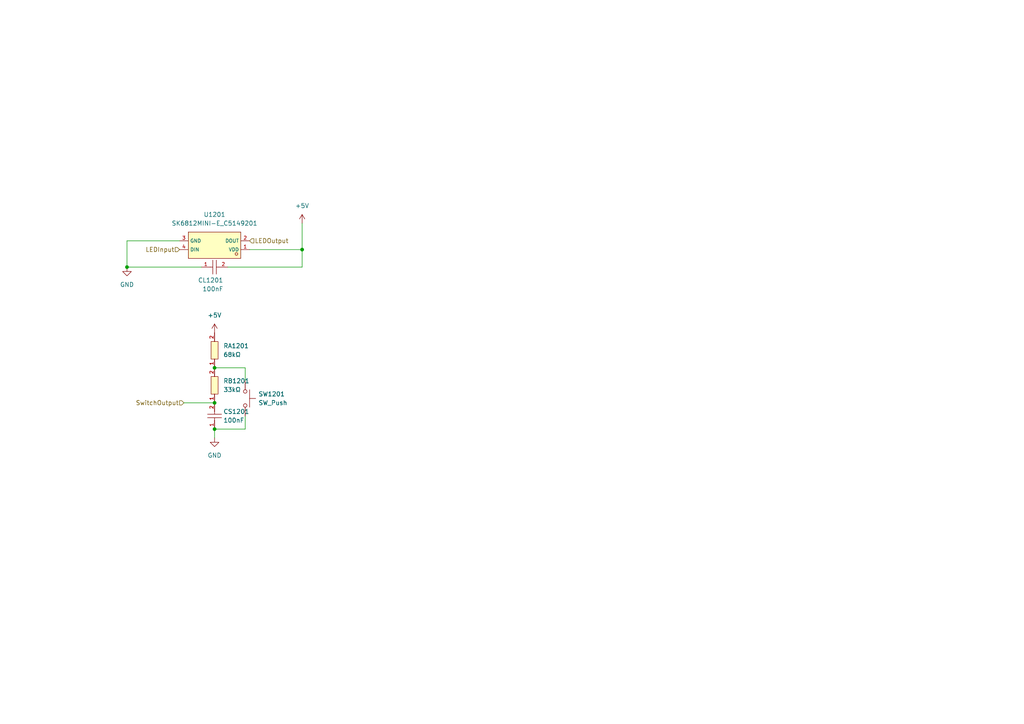
<source format=kicad_sch>
(kicad_sch (version 20230121) (generator eeschema)

  (uuid 5745fbb0-ca5b-4b3d-b6d8-9e7ac5ca55e4)

  (paper "A4")

  (lib_symbols
    (symbol "JLCPCB:0402WGF3302TCE" (pin_names hide) (in_bom yes) (on_board yes)
      (property "Reference" "R" (at 0 1.27 0)
        (effects (font (size 1.27 1.27)))
      )
      (property "Value" "33kΩ" (at 0 -2.54 0)
        (effects (font (size 1.27 1.27)))
      )
      (property "Footprint" "footprint:R0402" (at 0 -10.16 0)
        (effects (font (size 1.27 1.27) italic) hide)
      )
      (property "Datasheet" "https://item.szlcsc.com/323315.html" (at -2.286 0.127 0)
        (effects (font (size 1.27 1.27)) (justify left) hide)
      )
      (property "LCSC" "C25779" (at 0 0 0)
        (effects (font (size 1.27 1.27)) hide)
      )
      (property "ki_keywords" "C25779" (at 0 0 0)
        (effects (font (size 1.27 1.27)) hide)
      )
      (symbol "0402WGF3302TCE_0_1"
        (rectangle (start -2.54 1.016) (end 2.54 -1.016)
          (stroke (width 0) (type default))
          (fill (type background))
        )
        (pin input line (at -5.08 0 0) (length 2.54)
          (name "1" (effects (font (size 1 1))))
          (number "1" (effects (font (size 1 1))))
        )
        (pin input line (at 5.08 0 180) (length 2.54)
          (name "2" (effects (font (size 1 1))))
          (number "2" (effects (font (size 1 1))))
        )
      )
    )
    (symbol "JLCPCB:0402WGF6802TCE" (pin_names hide) (in_bom yes) (on_board yes)
      (property "Reference" "R" (at 0 1.27 0)
        (effects (font (size 1.27 1.27)))
      )
      (property "Value" "0402WGF6802TCE" (at 0 -2.54 0)
        (effects (font (size 1.27 1.27)))
      )
      (property "Footprint" "footprint:R0402" (at 0 -10.16 0)
        (effects (font (size 1.27 1.27) italic) hide)
      )
      (property "Datasheet" "https://item.szlcsc.com/323315.html" (at -2.286 0.127 0)
        (effects (font (size 1.27 1.27)) (justify left) hide)
      )
      (property "LCSC" "C36871" (at 0 0 0)
        (effects (font (size 1.27 1.27)) hide)
      )
      (property "ki_keywords" "C36871" (at 0 0 0)
        (effects (font (size 1.27 1.27)) hide)
      )
      (symbol "0402WGF6802TCE_0_1"
        (rectangle (start -2.54 1.016) (end 2.54 -1.016)
          (stroke (width 0) (type default))
          (fill (type background))
        )
        (pin input line (at -5.08 0 0) (length 2.54)
          (name "1" (effects (font (size 1 1))))
          (number "1" (effects (font (size 1 1))))
        )
        (pin input line (at 5.08 0 180) (length 2.54)
          (name "2" (effects (font (size 1 1))))
          (number "2" (effects (font (size 1 1))))
        )
      )
    )
    (symbol "JLCPCB:CL05B104KO5NNNC" (pin_names hide) (in_bom yes) (on_board yes)
      (property "Reference" "C" (at 0 1.27 0)
        (effects (font (size 1.27 1.27)))
      )
      (property "Value" "100nF" (at 0 -2.54 0)
        (effects (font (size 1.27 1.27)))
      )
      (property "Footprint" "footprint:C0402" (at 0 -10.16 0)
        (effects (font (size 1.27 1.27) italic) hide)
      )
      (property "Datasheet" "https://item.szlcsc.com/15869.html" (at -2.286 0.127 0)
        (effects (font (size 1.27 1.27)) (justify left) hide)
      )
      (property "LCSC" "C1525" (at 0 0 0)
        (effects (font (size 1.27 1.27)) hide)
      )
      (property "ki_keywords" "C1525" (at 0 0 0)
        (effects (font (size 1.27 1.27)) hide)
      )
      (symbol "CL05B104KO5NNNC_0_1"
        (polyline
          (pts
            (xy -1.27 0)
            (xy -0.508 0)
          )
          (stroke (width 0) (type default))
          (fill (type none))
        )
        (polyline
          (pts
            (xy -0.508 2.032)
            (xy -0.508 -2.032)
          )
          (stroke (width 0) (type default))
          (fill (type none))
        )
        (polyline
          (pts
            (xy 0.508 0)
            (xy 1.27 0)
          )
          (stroke (width 0) (type default))
          (fill (type none))
        )
        (polyline
          (pts
            (xy 0.508 2.032)
            (xy 0.508 -2.032)
          )
          (stroke (width 0) (type default))
          (fill (type none))
        )
        (pin input line (at -3.81 0 0) (length 2.54)
          (name "1" (effects (font (size 1 1))))
          (number "1" (effects (font (size 1 1))))
        )
        (pin input line (at 3.81 0 180) (length 2.54)
          (name "2" (effects (font (size 1 1))))
          (number "2" (effects (font (size 1 1))))
        )
      )
    )
    (symbol "JLCPCB:Keyswitch" (pin_numbers hide) (pin_names (offset 1.016) hide) (in_bom yes) (on_board yes)
      (property "Reference" "SW1" (at -1.27 3.81 90)
        (effects (font (size 1.27 1.27)) (justify left))
      )
      (property "Value" "SW_Push" (at 1.27 3.81 90)
        (effects (font (size 1.27 1.27)) (justify left))
      )
      (property "Footprint" "PCM_Switch_Keyboard_Hotswap_Kailh:SW_Hotswap_Kailh_MX" (at 0 5.08 0)
        (effects (font (size 1.27 1.27)) hide)
      )
      (property "Datasheet" "~" (at 0 5.08 0)
        (effects (font (size 1.27 1.27)) hide)
      )
      (property "LCSC" "C5184526" (at 0 0 0)
        (effects (font (size 1.27 1.27)) hide)
      )
      (property "ki_keywords" "switch normally-open pushbutton push-button" (at 0 0 0)
        (effects (font (size 1.27 1.27)) hide)
      )
      (property "ki_description" "Push button switch, generic, two pins" (at 0 0 0)
        (effects (font (size 1.27 1.27)) hide)
      )
      (symbol "Keyswitch_0_1"
        (circle (center -2.032 0) (radius 0.508)
          (stroke (width 0) (type default))
          (fill (type none))
        )
        (polyline
          (pts
            (xy 0 1.27)
            (xy 0 3.048)
          )
          (stroke (width 0) (type default))
          (fill (type none))
        )
        (polyline
          (pts
            (xy 2.54 1.27)
            (xy -2.54 1.27)
          )
          (stroke (width 0) (type default))
          (fill (type none))
        )
        (circle (center 2.032 0) (radius 0.508)
          (stroke (width 0) (type default))
          (fill (type none))
        )
        (pin passive line (at -5.08 0 0) (length 2.54)
          (name "1" (effects (font (size 1.27 1.27))))
          (number "1" (effects (font (size 1.27 1.27))))
        )
        (pin passive line (at 5.08 0 180) (length 2.54)
          (name "2" (effects (font (size 1.27 1.27))))
          (number "2" (effects (font (size 1.27 1.27))))
        )
      )
    )
    (symbol "JLCPCB:SK6812MINI-E_C5149201" (in_bom yes) (on_board yes)
      (property "Reference" "U" (at 0 1.27 0)
        (effects (font (size 1.27 1.27)))
      )
      (property "Value" "SK6812MINI-E_C5149201" (at 0 -2.54 0)
        (effects (font (size 1.27 1.27)))
      )
      (property "Footprint" "footprint:LED-SMD_L3.2-W2.8-TR" (at 0 -10.16 0)
        (effects (font (size 1.27 1.27) italic) hide)
      )
      (property "Datasheet" "https://img.jlc.com/pdf/applyPasteComponent/2021-12-21/757506A/9376501e0a854f2f817213720825c541/WS2812B-3528%E5%B9%BB%E5%BD%A9%E5%8F%8D%E8%B4%B4.pdf" (at -2.286 0.127 0)
        (effects (font (size 1.27 1.27)) (justify left) hide)
      )
      (property "LCSC" "C5149201" (at 0 0 0)
        (effects (font (size 1.27 1.27)) hide)
      )
      (property "ki_keywords" "C5149201" (at 0 0 0)
        (effects (font (size 1.27 1.27)) hide)
      )
      (symbol "SK6812MINI-E_C5149201_0_1"
        (rectangle (start -7.62 5.08) (end 7.62 -2.54)
          (stroke (width 0) (type default))
          (fill (type background))
        )
        (circle (center -6.35 3.81) (radius 0.381)
          (stroke (width 0) (type default))
          (fill (type background))
        )
        (pin unspecified line (at -10.16 2.54 0) (length 2.54)
          (name "VDD" (effects (font (size 1 1))))
          (number "1" (effects (font (size 1 1))))
        )
        (pin unspecified line (at -10.16 0 0) (length 2.54)
          (name "DOUT" (effects (font (size 1 1))))
          (number "2" (effects (font (size 1 1))))
        )
        (pin unspecified line (at 10.16 0 180) (length 2.54)
          (name "GND" (effects (font (size 1 1))))
          (number "3" (effects (font (size 1 1))))
        )
        (pin unspecified line (at 10.16 2.54 180) (length 2.54)
          (name "DIN" (effects (font (size 1 1))))
          (number "4" (effects (font (size 1 1))))
        )
      )
    )
    (symbol "power:+5V" (power) (pin_names (offset 0)) (in_bom yes) (on_board yes)
      (property "Reference" "#PWR" (at 0 -3.81 0)
        (effects (font (size 1.27 1.27)) hide)
      )
      (property "Value" "+5V" (at 0 3.556 0)
        (effects (font (size 1.27 1.27)))
      )
      (property "Footprint" "" (at 0 0 0)
        (effects (font (size 1.27 1.27)) hide)
      )
      (property "Datasheet" "" (at 0 0 0)
        (effects (font (size 1.27 1.27)) hide)
      )
      (property "ki_keywords" "global power" (at 0 0 0)
        (effects (font (size 1.27 1.27)) hide)
      )
      (property "ki_description" "Power symbol creates a global label with name \"+5V\"" (at 0 0 0)
        (effects (font (size 1.27 1.27)) hide)
      )
      (symbol "+5V_0_1"
        (polyline
          (pts
            (xy -0.762 1.27)
            (xy 0 2.54)
          )
          (stroke (width 0) (type default))
          (fill (type none))
        )
        (polyline
          (pts
            (xy 0 0)
            (xy 0 2.54)
          )
          (stroke (width 0) (type default))
          (fill (type none))
        )
        (polyline
          (pts
            (xy 0 2.54)
            (xy 0.762 1.27)
          )
          (stroke (width 0) (type default))
          (fill (type none))
        )
      )
      (symbol "+5V_1_1"
        (pin power_in line (at 0 0 90) (length 0) hide
          (name "+5V" (effects (font (size 1.27 1.27))))
          (number "1" (effects (font (size 1.27 1.27))))
        )
      )
    )
    (symbol "power:GND" (power) (pin_names (offset 0)) (in_bom yes) (on_board yes)
      (property "Reference" "#PWR" (at 0 -6.35 0)
        (effects (font (size 1.27 1.27)) hide)
      )
      (property "Value" "GND" (at 0 -3.81 0)
        (effects (font (size 1.27 1.27)))
      )
      (property "Footprint" "" (at 0 0 0)
        (effects (font (size 1.27 1.27)) hide)
      )
      (property "Datasheet" "" (at 0 0 0)
        (effects (font (size 1.27 1.27)) hide)
      )
      (property "ki_keywords" "global power" (at 0 0 0)
        (effects (font (size 1.27 1.27)) hide)
      )
      (property "ki_description" "Power symbol creates a global label with name \"GND\" , ground" (at 0 0 0)
        (effects (font (size 1.27 1.27)) hide)
      )
      (symbol "GND_0_1"
        (polyline
          (pts
            (xy 0 0)
            (xy 0 -1.27)
            (xy 1.27 -1.27)
            (xy 0 -2.54)
            (xy -1.27 -1.27)
            (xy 0 -1.27)
          )
          (stroke (width 0) (type default))
          (fill (type none))
        )
      )
      (symbol "GND_1_1"
        (pin power_in line (at 0 0 270) (length 0) hide
          (name "GND" (effects (font (size 1.27 1.27))))
          (number "1" (effects (font (size 1.27 1.27))))
        )
      )
    )
  )

  (junction (at 62.23 116.84) (diameter 0) (color 0 0 0 0)
    (uuid 90f6e1bf-2da1-4de9-ae81-1f2192337a3e)
  )
  (junction (at 36.83 77.47) (diameter 0) (color 0 0 0 0)
    (uuid a689226b-a7ff-4bd8-a82f-48fe0448db05)
  )
  (junction (at 62.23 106.68) (diameter 0) (color 0 0 0 0)
    (uuid bbd2f7a5-b5a6-468a-8e74-27dad8501f54)
  )
  (junction (at 62.23 124.46) (diameter 0) (color 0 0 0 0)
    (uuid c05f4490-aae4-456b-b4a8-2aaa67c2e83d)
  )
  (junction (at 87.63 72.39) (diameter 0) (color 0 0 0 0)
    (uuid d60bb89f-b1cf-4cdf-ba74-3d67a7a8657c)
  )

  (wire (pts (xy 87.63 77.47) (xy 87.63 72.39))
    (stroke (width 0) (type default))
    (uuid 0779f92a-ece5-4760-b7b5-4abd54121f1a)
  )
  (wire (pts (xy 72.39 72.39) (xy 87.63 72.39))
    (stroke (width 0) (type default))
    (uuid 0a2c41ff-1453-41eb-9d37-ff352559ac6e)
  )
  (wire (pts (xy 36.83 69.85) (xy 36.83 77.47))
    (stroke (width 0) (type default))
    (uuid 0cd47e44-16d5-4269-aa0a-b5ea01ce3545)
  )
  (wire (pts (xy 66.04 77.47) (xy 87.63 77.47))
    (stroke (width 0) (type default))
    (uuid 2a0bce1c-956c-4cf4-8b4d-9ff250c404ca)
  )
  (wire (pts (xy 53.34 116.84) (xy 62.23 116.84))
    (stroke (width 0) (type default))
    (uuid 3ac71d7b-9547-4271-a2e4-c3622fb4971e)
  )
  (wire (pts (xy 87.63 64.77) (xy 87.63 72.39))
    (stroke (width 0) (type default))
    (uuid 528fb61f-fae9-4013-85c5-1483c39c9871)
  )
  (wire (pts (xy 62.23 106.68) (xy 71.12 106.68))
    (stroke (width 0) (type default))
    (uuid 537eb172-6073-4b69-90dd-59515fbc4e05)
  )
  (wire (pts (xy 36.83 77.47) (xy 58.42 77.47))
    (stroke (width 0) (type default))
    (uuid 648a4f52-8452-47d3-a12f-76e85428d87c)
  )
  (wire (pts (xy 71.12 120.65) (xy 71.12 124.46))
    (stroke (width 0) (type default))
    (uuid 9642748c-2a20-45d2-8b58-de0a3b9ed09d)
  )
  (wire (pts (xy 52.07 69.85) (xy 36.83 69.85))
    (stroke (width 0) (type default))
    (uuid b29b84ce-f108-4ec8-b681-3f693548c604)
  )
  (wire (pts (xy 71.12 106.68) (xy 71.12 110.49))
    (stroke (width 0) (type default))
    (uuid be12497e-50f1-4005-a4c6-03a4dd154e2e)
  )
  (wire (pts (xy 62.23 127) (xy 62.23 124.46))
    (stroke (width 0) (type default))
    (uuid e4368a38-67a1-4c7c-a63b-3a39c4eaf9f4)
  )
  (wire (pts (xy 71.12 124.46) (xy 62.23 124.46))
    (stroke (width 0) (type default))
    (uuid f4c11a87-aa04-4dbd-819e-4e1dc8b13718)
  )

  (hierarchical_label "LEDOutput" (shape input) (at 72.39 69.85 0) (fields_autoplaced)
    (effects (font (size 1.27 1.27)) (justify left))
    (uuid 20583c5a-f2ad-452a-be2c-c47969e3133c)
  )
  (hierarchical_label "SwitchOutput" (shape input) (at 53.34 116.84 180) (fields_autoplaced)
    (effects (font (size 1.27 1.27)) (justify right))
    (uuid 6d220537-40da-4104-bb47-a8cc84e79e45)
  )
  (hierarchical_label "LEDInput" (shape input) (at 52.07 72.39 180) (fields_autoplaced)
    (effects (font (size 1.27 1.27)) (justify right))
    (uuid f8fb33eb-8220-4581-823e-890c1efb959e)
  )

  (symbol (lib_id "JLCPCB:CL05B104KO5NNNC") (at 62.23 77.47 0) (unit 1)
    (in_bom yes) (on_board yes) (dnp no)
    (uuid 09318abe-e880-4e3f-8fbc-d2c1f2115a45)
    (property "Reference" "CL1201" (at 64.77 81.28 0)
      (effects (font (size 1.27 1.27)) (justify right))
    )
    (property "Value" "100nF" (at 64.77 83.82 0)
      (effects (font (size 1.27 1.27)) (justify right))
    )
    (property "Footprint" "Capacitor_SMD:C_0402_1005Metric" (at 62.23 87.63 0)
      (effects (font (size 1.27 1.27) italic) hide)
    )
    (property "Datasheet" "https://item.szlcsc.com/15869.html" (at 59.944 77.343 0)
      (effects (font (size 1.27 1.27)) (justify left) hide)
    )
    (property "LCSC" "C1525" (at 62.23 77.47 0)
      (effects (font (size 1.27 1.27)) hide)
    )
    (pin "1" (uuid a6c3f14e-3877-44fb-917e-8e0a8175ed25))
    (pin "2" (uuid a5d63626-8a69-4f59-844f-0201bb2e66a8))
    (instances
      (project "key_column"
        (path "/5745fbb0-ca5b-4b3d-b6d8-9e7ac5ca55e4"
          (reference "CL1201") (unit 1)
        )
      )
      (project "key_module_5"
        (path "/b5b29665-0525-43f1-85bc-41864b4b1321/6e7484c3-296c-489e-a405-0ceac0657597"
          (reference "CL6001") (unit 1)
        )
        (path "/b5b29665-0525-43f1-85bc-41864b4b1321/8a1660b8-6668-49e1-a991-45cb1d3aa575"
          (reference "CL2001") (unit 1)
        )
        (path "/b5b29665-0525-43f1-85bc-41864b4b1321/10513563-be9b-4d78-a23a-441c97601e5a"
          (reference "CL3001") (unit 1)
        )
        (path "/b5b29665-0525-43f1-85bc-41864b4b1321/568fd203-2cfd-4efc-aa67-68d0285df1de"
          (reference "CL4001") (unit 1)
        )
        (path "/b5b29665-0525-43f1-85bc-41864b4b1321/58203115-12fd-41dd-bc78-4af9e334b33e"
          (reference "CL5001") (unit 1)
        )
      )
      (project "PCB"
        (path "/d2f5552d-48c0-49b0-8e54-6764f47ed1da/5a7a16c1-b018-4a19-b382-77ab07b68c52/a971cea4-81a6-45a1-bd5a-0328617c903c"
          (reference "CL5001") (unit 1)
        )
        (path "/d2f5552d-48c0-49b0-8e54-6764f47ed1da/5a7a16c1-b018-4a19-b382-77ab07b68c52/3a47e5fa-c34e-4a0f-813d-808ebd2e58ea"
          (reference "CL6001") (unit 1)
        )
        (path "/d2f5552d-48c0-49b0-8e54-6764f47ed1da/5a7a16c1-b018-4a19-b382-77ab07b68c52/08164a0b-7f25-4f14-b9c4-27e0477ef901"
          (reference "CL4001") (unit 1)
        )
        (path "/d2f5552d-48c0-49b0-8e54-6764f47ed1da/5a7a16c1-b018-4a19-b382-77ab07b68c52/c736370d-3070-4214-acea-590e5476eced"
          (reference "CL2001") (unit 1)
        )
        (path "/d2f5552d-48c0-49b0-8e54-6764f47ed1da/5a7a16c1-b018-4a19-b382-77ab07b68c52/8b0ad517-2904-4958-adf6-7b7166b39e7d"
          (reference "CL8001") (unit 1)
        )
        (path "/d2f5552d-48c0-49b0-8e54-6764f47ed1da/5a7a16c1-b018-4a19-b382-77ab07b68c52/b35c8a8d-709c-48b3-9ccc-98f65ba32ad2"
          (reference "CL9001") (unit 1)
        )
        (path "/d2f5552d-48c0-49b0-8e54-6764f47ed1da/5a7a16c1-b018-4a19-b382-77ab07b68c52/6576520a-2d12-4c4b-8f2d-018c500910a8"
          (reference "CL7001") (unit 1)
        )
        (path "/d2f5552d-48c0-49b0-8e54-6764f47ed1da/5a7a16c1-b018-4a19-b382-77ab07b68c52/b6c8d520-2771-452a-ba06-6b02d280f271"
          (reference "CL3001") (unit 1)
        )
        (path "/d2f5552d-48c0-49b0-8e54-6764f47ed1da/5a7a16c1-b018-4a19-b382-77ab07b68c52/df2a540f-ff57-40ed-a669-b8b9bdadf614"
          (reference "CL18001") (unit 1)
        )
        (path "/d2f5552d-48c0-49b0-8e54-6764f47ed1da/5a7a16c1-b018-4a19-b382-77ab07b68c52/9093ee4c-026e-44de-a118-8d605cd42fc3"
          (reference "CL14001") (unit 1)
        )
        (path "/d2f5552d-48c0-49b0-8e54-6764f47ed1da/5a7a16c1-b018-4a19-b382-77ab07b68c52/1b15a77f-49d1-4990-b465-b76797a0f27b"
          (reference "CL17001") (unit 1)
        )
        (path "/d2f5552d-48c0-49b0-8e54-6764f47ed1da/5a7a16c1-b018-4a19-b382-77ab07b68c52/2b0c381e-4393-4af3-a1bd-cc747bd76041"
          (reference "CL10001") (unit 1)
        )
        (path "/d2f5552d-48c0-49b0-8e54-6764f47ed1da/5a7a16c1-b018-4a19-b382-77ab07b68c52/b99ec064-fcfe-4ed9-8d3a-8612dbcdd8be"
          (reference "CL19001") (unit 1)
        )
        (path "/d2f5552d-48c0-49b0-8e54-6764f47ed1da/5a7a16c1-b018-4a19-b382-77ab07b68c52/6977943f-d234-4500-9589-eea70881c1a5"
          (reference "CL13001") (unit 1)
        )
        (path "/d2f5552d-48c0-49b0-8e54-6764f47ed1da/5a7a16c1-b018-4a19-b382-77ab07b68c52/965f8903-8421-4e27-83ab-0c58ab9567e8"
          (reference "CL12001") (unit 1)
        )
        (path "/d2f5552d-48c0-49b0-8e54-6764f47ed1da/5a7a16c1-b018-4a19-b382-77ab07b68c52/f09e5a04-c4c0-4559-aa82-f06948542782"
          (reference "CL11001") (unit 1)
        )
        (path "/d2f5552d-48c0-49b0-8e54-6764f47ed1da/5a7a16c1-b018-4a19-b382-77ab07b68c52/290dabd3-7b7a-4925-9728-e8d351c052ff"
          (reference "CL26001") (unit 1)
        )
        (path "/d2f5552d-48c0-49b0-8e54-6764f47ed1da/5a7a16c1-b018-4a19-b382-77ab07b68c52/d9ed6e39-839c-4066-bb24-23efa7d8f1f4"
          (reference "CL22001") (unit 1)
        )
        (path "/d2f5552d-48c0-49b0-8e54-6764f47ed1da/5a7a16c1-b018-4a19-b382-77ab07b68c52/992efd1f-9ce4-40bb-8f74-01ac901c62ce"
          (reference "CL21001") (unit 1)
        )
        (path "/d2f5552d-48c0-49b0-8e54-6764f47ed1da/5a7a16c1-b018-4a19-b382-77ab07b68c52/da7df836-603c-409c-91d1-a4f9a74a5c43"
          (reference "CL20001") (unit 1)
        )
        (path "/d2f5552d-48c0-49b0-8e54-6764f47ed1da/5a7a16c1-b018-4a19-b382-77ab07b68c52/5da92494-8449-4384-9543-34d5cf4ae5f4"
          (reference "CL24001") (unit 1)
        )
        (path "/d2f5552d-48c0-49b0-8e54-6764f47ed1da/5a7a16c1-b018-4a19-b382-77ab07b68c52/4c3ad813-2e57-4cbb-98cb-80b5f3ef3a57"
          (reference "CL27001") (unit 1)
        )
        (path "/d2f5552d-48c0-49b0-8e54-6764f47ed1da/5a7a16c1-b018-4a19-b382-77ab07b68c52/3d9627ce-3c0e-4a3d-940e-9f6bd371274d"
          (reference "CL25001") (unit 1)
        )
        (path "/d2f5552d-48c0-49b0-8e54-6764f47ed1da/5a7a16c1-b018-4a19-b382-77ab07b68c52/a8a95371-f9ea-4155-9e2b-18dd4c9a3c9a"
          (reference "CL28001") (unit 1)
        )
        (path "/d2f5552d-48c0-49b0-8e54-6764f47ed1da/5a7a16c1-b018-4a19-b382-77ab07b68c52/cc4ed376-4327-4b53-83fb-6050a6728a7c"
          (reference "CL36001") (unit 1)
        )
        (path "/d2f5552d-48c0-49b0-8e54-6764f47ed1da/5a7a16c1-b018-4a19-b382-77ab07b68c52/c1a4c456-9579-4664-b56f-9fe49485b0c5"
          (reference "CL30001") (unit 1)
        )
        (path "/d2f5552d-48c0-49b0-8e54-6764f47ed1da/5a7a16c1-b018-4a19-b382-77ab07b68c52/06e823f8-49cc-4e8d-a9d9-b6e0c62eff6a"
          (reference "CL35001") (unit 1)
        )
        (path "/d2f5552d-48c0-49b0-8e54-6764f47ed1da/5a7a16c1-b018-4a19-b382-77ab07b68c52/596baf84-b5e8-41db-a283-575b5ef8d04f"
          (reference "CL37001") (unit 1)
        )
        (path "/d2f5552d-48c0-49b0-8e54-6764f47ed1da/5a7a16c1-b018-4a19-b382-77ab07b68c52/085a5a43-8c94-4819-8b8e-d1be0e3011f9"
          (reference "CL33001") (unit 1)
        )
        (path "/d2f5552d-48c0-49b0-8e54-6764f47ed1da/5a7a16c1-b018-4a19-b382-77ab07b68c52/3f6edb9a-b3ae-4a29-b9f7-f00b85cc02bb"
          (reference "CL31001") (unit 1)
        )
        (path "/d2f5552d-48c0-49b0-8e54-6764f47ed1da/5a7a16c1-b018-4a19-b382-77ab07b68c52/c391ae69-7976-4e29-967d-b9402db930f3"
          (reference "CL34001") (unit 1)
        )
        (path "/d2f5552d-48c0-49b0-8e54-6764f47ed1da/5a7a16c1-b018-4a19-b382-77ab07b68c52/76dda9c7-6507-4f3e-ba0a-92fa47319255"
          (reference "CL38001") (unit 1)
        )
        (path "/d2f5552d-48c0-49b0-8e54-6764f47ed1da/5a7a16c1-b018-4a19-b382-77ab07b68c52/ddb81f28-0815-4772-95b6-9a53742b207a"
          (reference "CL39001") (unit 1)
        )
        (path "/d2f5552d-48c0-49b0-8e54-6764f47ed1da/5a7a16c1-b018-4a19-b382-77ab07b68c52/0bc8e3dc-db2e-4dd6-a575-8ecc53f9688c"
          (reference "CL46001") (unit 1)
        )
        (path "/d2f5552d-48c0-49b0-8e54-6764f47ed1da/5a7a16c1-b018-4a19-b382-77ab07b68c52/ddd43167-ead4-4870-8cb0-1ec4a5a40d83"
          (reference "CL47001") (unit 1)
        )
        (path "/d2f5552d-48c0-49b0-8e54-6764f47ed1da/5a7a16c1-b018-4a19-b382-77ab07b68c52/86516223-1518-4e29-b0ff-63c0ae11c650"
          (reference "CL50001") (unit 1)
        )
        (path "/d2f5552d-48c0-49b0-8e54-6764f47ed1da/5a7a16c1-b018-4a19-b382-77ab07b68c52/f9596692-1be5-473d-8d5c-c79ec2e424c2"
          (reference "CL48001") (unit 1)
        )
        (path "/d2f5552d-48c0-49b0-8e54-6764f47ed1da/5a7a16c1-b018-4a19-b382-77ab07b68c52/22c8e399-5a2e-4975-804f-a96f8c706924"
          (reference "CL40001") (unit 1)
        )
        (path "/d2f5552d-48c0-49b0-8e54-6764f47ed1da/5a7a16c1-b018-4a19-b382-77ab07b68c52/38a4d62f-e913-420a-8d42-7b119301230f"
          (reference "CL44001") (unit 1)
        )
        (path "/d2f5552d-48c0-49b0-8e54-6764f47ed1da/5a7a16c1-b018-4a19-b382-77ab07b68c52/285c634b-fc7f-41c8-acc3-e315a580f0b9"
          (reference "CL45001") (unit 1)
        )
        (path "/d2f5552d-48c0-49b0-8e54-6764f47ed1da/5a7a16c1-b018-4a19-b382-77ab07b68c52/45d75d23-15ea-4d40-a04e-c11ddae22721"
          (reference "CL53001") (unit 1)
        )
        (path "/d2f5552d-48c0-49b0-8e54-6764f47ed1da/5a7a16c1-b018-4a19-b382-77ab07b68c52/4a051871-7b52-4f6d-aaca-00a2fc8662a0"
          (reference "CL51001") (unit 1)
        )
        (path "/d2f5552d-48c0-49b0-8e54-6764f47ed1da/5a7a16c1-b018-4a19-b382-77ab07b68c52/dc597535-fc41-40aa-a957-bbd8489500fe"
          (reference "CL60001") (unit 1)
        )
        (path "/d2f5552d-48c0-49b0-8e54-6764f47ed1da/5a7a16c1-b018-4a19-b382-77ab07b68c52/a0e5a466-7216-4ac4-add4-bb53b8369826"
          (reference "CL61001") (unit 1)
        )
        (path "/d2f5552d-48c0-49b0-8e54-6764f47ed1da/5a7a16c1-b018-4a19-b382-77ab07b68c52/a6f237da-3fa1-484d-a0c2-b26f9382efe7"
          (reference "CL59001") (unit 1)
        )
      )
    )
  )

  (symbol (lib_id "power:GND") (at 36.83 77.47 0) (unit 1)
    (in_bom yes) (on_board yes) (dnp no) (fields_autoplaced)
    (uuid 0cc2c9f0-6994-4107-8146-56140c8da283)
    (property "Reference" "#PWR01201" (at 36.83 83.82 0)
      (effects (font (size 1.27 1.27)) hide)
    )
    (property "Value" "GND" (at 36.83 82.55 0)
      (effects (font (size 1.27 1.27)))
    )
    (property "Footprint" "" (at 36.83 77.47 0)
      (effects (font (size 1.27 1.27)) hide)
    )
    (property "Datasheet" "" (at 36.83 77.47 0)
      (effects (font (size 1.27 1.27)) hide)
    )
    (pin "1" (uuid 3fc4a93c-f703-4ee1-851f-e563c508cb75))
    (instances
      (project "key_column"
        (path "/5745fbb0-ca5b-4b3d-b6d8-9e7ac5ca55e4"
          (reference "#PWR01201") (unit 1)
        )
      )
      (project "key_module_5"
        (path "/b5b29665-0525-43f1-85bc-41864b4b1321/6e7484c3-296c-489e-a405-0ceac0657597"
          (reference "#PWR06001") (unit 1)
        )
        (path "/b5b29665-0525-43f1-85bc-41864b4b1321/8a1660b8-6668-49e1-a991-45cb1d3aa575"
          (reference "#PWR02001") (unit 1)
        )
        (path "/b5b29665-0525-43f1-85bc-41864b4b1321/10513563-be9b-4d78-a23a-441c97601e5a"
          (reference "#PWR03001") (unit 1)
        )
        (path "/b5b29665-0525-43f1-85bc-41864b4b1321/568fd203-2cfd-4efc-aa67-68d0285df1de"
          (reference "#PWR04001") (unit 1)
        )
        (path "/b5b29665-0525-43f1-85bc-41864b4b1321/58203115-12fd-41dd-bc78-4af9e334b33e"
          (reference "#PWR05001") (unit 1)
        )
      )
      (project "PCB"
        (path "/d2f5552d-48c0-49b0-8e54-6764f47ed1da/5a7a16c1-b018-4a19-b382-77ab07b68c52/a971cea4-81a6-45a1-bd5a-0328617c903c"
          (reference "#PWR05001") (unit 1)
        )
        (path "/d2f5552d-48c0-49b0-8e54-6764f47ed1da/5a7a16c1-b018-4a19-b382-77ab07b68c52/3a47e5fa-c34e-4a0f-813d-808ebd2e58ea"
          (reference "#PWR06001") (unit 1)
        )
        (path "/d2f5552d-48c0-49b0-8e54-6764f47ed1da/5a7a16c1-b018-4a19-b382-77ab07b68c52/08164a0b-7f25-4f14-b9c4-27e0477ef901"
          (reference "#PWR04001") (unit 1)
        )
        (path "/d2f5552d-48c0-49b0-8e54-6764f47ed1da/5a7a16c1-b018-4a19-b382-77ab07b68c52/c736370d-3070-4214-acea-590e5476eced"
          (reference "#PWR02001") (unit 1)
        )
        (path "/d2f5552d-48c0-49b0-8e54-6764f47ed1da/5a7a16c1-b018-4a19-b382-77ab07b68c52/8b0ad517-2904-4958-adf6-7b7166b39e7d"
          (reference "#PWR08001") (unit 1)
        )
        (path "/d2f5552d-48c0-49b0-8e54-6764f47ed1da/5a7a16c1-b018-4a19-b382-77ab07b68c52/b35c8a8d-709c-48b3-9ccc-98f65ba32ad2"
          (reference "#PWR09001") (unit 1)
        )
        (path "/d2f5552d-48c0-49b0-8e54-6764f47ed1da/5a7a16c1-b018-4a19-b382-77ab07b68c52/6576520a-2d12-4c4b-8f2d-018c500910a8"
          (reference "#PWR07001") (unit 1)
        )
        (path "/d2f5552d-48c0-49b0-8e54-6764f47ed1da/5a7a16c1-b018-4a19-b382-77ab07b68c52/b6c8d520-2771-452a-ba06-6b02d280f271"
          (reference "#PWR03001") (unit 1)
        )
        (path "/d2f5552d-48c0-49b0-8e54-6764f47ed1da/5a7a16c1-b018-4a19-b382-77ab07b68c52/df2a540f-ff57-40ed-a669-b8b9bdadf614"
          (reference "#PWR018001") (unit 1)
        )
        (path "/d2f5552d-48c0-49b0-8e54-6764f47ed1da/5a7a16c1-b018-4a19-b382-77ab07b68c52/9093ee4c-026e-44de-a118-8d605cd42fc3"
          (reference "#PWR014001") (unit 1)
        )
        (path "/d2f5552d-48c0-49b0-8e54-6764f47ed1da/5a7a16c1-b018-4a19-b382-77ab07b68c52/1b15a77f-49d1-4990-b465-b76797a0f27b"
          (reference "#PWR017001") (unit 1)
        )
        (path "/d2f5552d-48c0-49b0-8e54-6764f47ed1da/5a7a16c1-b018-4a19-b382-77ab07b68c52/2b0c381e-4393-4af3-a1bd-cc747bd76041"
          (reference "#PWR010001") (unit 1)
        )
        (path "/d2f5552d-48c0-49b0-8e54-6764f47ed1da/5a7a16c1-b018-4a19-b382-77ab07b68c52/b99ec064-fcfe-4ed9-8d3a-8612dbcdd8be"
          (reference "#PWR019001") (unit 1)
        )
        (path "/d2f5552d-48c0-49b0-8e54-6764f47ed1da/5a7a16c1-b018-4a19-b382-77ab07b68c52/6977943f-d234-4500-9589-eea70881c1a5"
          (reference "#PWR013001") (unit 1)
        )
        (path "/d2f5552d-48c0-49b0-8e54-6764f47ed1da/5a7a16c1-b018-4a19-b382-77ab07b68c52/965f8903-8421-4e27-83ab-0c58ab9567e8"
          (reference "#PWR012001") (unit 1)
        )
        (path "/d2f5552d-48c0-49b0-8e54-6764f47ed1da/5a7a16c1-b018-4a19-b382-77ab07b68c52/f09e5a04-c4c0-4559-aa82-f06948542782"
          (reference "#PWR011001") (unit 1)
        )
        (path "/d2f5552d-48c0-49b0-8e54-6764f47ed1da/5a7a16c1-b018-4a19-b382-77ab07b68c52/290dabd3-7b7a-4925-9728-e8d351c052ff"
          (reference "#PWR026001") (unit 1)
        )
        (path "/d2f5552d-48c0-49b0-8e54-6764f47ed1da/5a7a16c1-b018-4a19-b382-77ab07b68c52/d9ed6e39-839c-4066-bb24-23efa7d8f1f4"
          (reference "#PWR022001") (unit 1)
        )
        (path "/d2f5552d-48c0-49b0-8e54-6764f47ed1da/5a7a16c1-b018-4a19-b382-77ab07b68c52/992efd1f-9ce4-40bb-8f74-01ac901c62ce"
          (reference "#PWR021001") (unit 1)
        )
        (path "/d2f5552d-48c0-49b0-8e54-6764f47ed1da/5a7a16c1-b018-4a19-b382-77ab07b68c52/da7df836-603c-409c-91d1-a4f9a74a5c43"
          (reference "#PWR020001") (unit 1)
        )
        (path "/d2f5552d-48c0-49b0-8e54-6764f47ed1da/5a7a16c1-b018-4a19-b382-77ab07b68c52/5da92494-8449-4384-9543-34d5cf4ae5f4"
          (reference "#PWR024001") (unit 1)
        )
        (path "/d2f5552d-48c0-49b0-8e54-6764f47ed1da/5a7a16c1-b018-4a19-b382-77ab07b68c52/4c3ad813-2e57-4cbb-98cb-80b5f3ef3a57"
          (reference "#PWR027001") (unit 1)
        )
        (path "/d2f5552d-48c0-49b0-8e54-6764f47ed1da/5a7a16c1-b018-4a19-b382-77ab07b68c52/3d9627ce-3c0e-4a3d-940e-9f6bd371274d"
          (reference "#PWR025001") (unit 1)
        )
        (path "/d2f5552d-48c0-49b0-8e54-6764f47ed1da/5a7a16c1-b018-4a19-b382-77ab07b68c52/a8a95371-f9ea-4155-9e2b-18dd4c9a3c9a"
          (reference "#PWR028001") (unit 1)
        )
        (path "/d2f5552d-48c0-49b0-8e54-6764f47ed1da/5a7a16c1-b018-4a19-b382-77ab07b68c52/cc4ed376-4327-4b53-83fb-6050a6728a7c"
          (reference "#PWR036001") (unit 1)
        )
        (path "/d2f5552d-48c0-49b0-8e54-6764f47ed1da/5a7a16c1-b018-4a19-b382-77ab07b68c52/c1a4c456-9579-4664-b56f-9fe49485b0c5"
          (reference "#PWR030001") (unit 1)
        )
        (path "/d2f5552d-48c0-49b0-8e54-6764f47ed1da/5a7a16c1-b018-4a19-b382-77ab07b68c52/06e823f8-49cc-4e8d-a9d9-b6e0c62eff6a"
          (reference "#PWR035001") (unit 1)
        )
        (path "/d2f5552d-48c0-49b0-8e54-6764f47ed1da/5a7a16c1-b018-4a19-b382-77ab07b68c52/596baf84-b5e8-41db-a283-575b5ef8d04f"
          (reference "#PWR037001") (unit 1)
        )
        (path "/d2f5552d-48c0-49b0-8e54-6764f47ed1da/5a7a16c1-b018-4a19-b382-77ab07b68c52/085a5a43-8c94-4819-8b8e-d1be0e3011f9"
          (reference "#PWR033001") (unit 1)
        )
        (path "/d2f5552d-48c0-49b0-8e54-6764f47ed1da/5a7a16c1-b018-4a19-b382-77ab07b68c52/3f6edb9a-b3ae-4a29-b9f7-f00b85cc02bb"
          (reference "#PWR031001") (unit 1)
        )
        (path "/d2f5552d-48c0-49b0-8e54-6764f47ed1da/5a7a16c1-b018-4a19-b382-77ab07b68c52/c391ae69-7976-4e29-967d-b9402db930f3"
          (reference "#PWR034001") (unit 1)
        )
        (path "/d2f5552d-48c0-49b0-8e54-6764f47ed1da/5a7a16c1-b018-4a19-b382-77ab07b68c52/76dda9c7-6507-4f3e-ba0a-92fa47319255"
          (reference "#PWR038001") (unit 1)
        )
        (path "/d2f5552d-48c0-49b0-8e54-6764f47ed1da/5a7a16c1-b018-4a19-b382-77ab07b68c52/ddb81f28-0815-4772-95b6-9a53742b207a"
          (reference "#PWR039001") (unit 1)
        )
        (path "/d2f5552d-48c0-49b0-8e54-6764f47ed1da/5a7a16c1-b018-4a19-b382-77ab07b68c52/0bc8e3dc-db2e-4dd6-a575-8ecc53f9688c"
          (reference "#PWR046001") (unit 1)
        )
        (path "/d2f5552d-48c0-49b0-8e54-6764f47ed1da/5a7a16c1-b018-4a19-b382-77ab07b68c52/ddd43167-ead4-4870-8cb0-1ec4a5a40d83"
          (reference "#PWR047001") (unit 1)
        )
        (path "/d2f5552d-48c0-49b0-8e54-6764f47ed1da/5a7a16c1-b018-4a19-b382-77ab07b68c52/86516223-1518-4e29-b0ff-63c0ae11c650"
          (reference "#PWR050001") (unit 1)
        )
        (path "/d2f5552d-48c0-49b0-8e54-6764f47ed1da/5a7a16c1-b018-4a19-b382-77ab07b68c52/f9596692-1be5-473d-8d5c-c79ec2e424c2"
          (reference "#PWR048001") (unit 1)
        )
        (path "/d2f5552d-48c0-49b0-8e54-6764f47ed1da/5a7a16c1-b018-4a19-b382-77ab07b68c52/22c8e399-5a2e-4975-804f-a96f8c706924"
          (reference "#PWR040001") (unit 1)
        )
        (path "/d2f5552d-48c0-49b0-8e54-6764f47ed1da/5a7a16c1-b018-4a19-b382-77ab07b68c52/38a4d62f-e913-420a-8d42-7b119301230f"
          (reference "#PWR044001") (unit 1)
        )
        (path "/d2f5552d-48c0-49b0-8e54-6764f47ed1da/5a7a16c1-b018-4a19-b382-77ab07b68c52/285c634b-fc7f-41c8-acc3-e315a580f0b9"
          (reference "#PWR045001") (unit 1)
        )
        (path "/d2f5552d-48c0-49b0-8e54-6764f47ed1da/5a7a16c1-b018-4a19-b382-77ab07b68c52/45d75d23-15ea-4d40-a04e-c11ddae22721"
          (reference "#PWR053001") (unit 1)
        )
        (path "/d2f5552d-48c0-49b0-8e54-6764f47ed1da/5a7a16c1-b018-4a19-b382-77ab07b68c52/4a051871-7b52-4f6d-aaca-00a2fc8662a0"
          (reference "#PWR051001") (unit 1)
        )
        (path "/d2f5552d-48c0-49b0-8e54-6764f47ed1da/5a7a16c1-b018-4a19-b382-77ab07b68c52/dc597535-fc41-40aa-a957-bbd8489500fe"
          (reference "#PWR060011") (unit 1)
        )
        (path "/d2f5552d-48c0-49b0-8e54-6764f47ed1da/5a7a16c1-b018-4a19-b382-77ab07b68c52/a0e5a466-7216-4ac4-add4-bb53b8369826"
          (reference "#PWR061001") (unit 1)
        )
        (path "/d2f5552d-48c0-49b0-8e54-6764f47ed1da/5a7a16c1-b018-4a19-b382-77ab07b68c52/a6f237da-3fa1-484d-a0c2-b26f9382efe7"
          (reference "#PWR059001") (unit 1)
        )
      )
    )
  )

  (symbol (lib_id "power:GND") (at 62.23 127 0) (unit 1)
    (in_bom yes) (on_board yes) (dnp no) (fields_autoplaced)
    (uuid 11817872-2fd0-4a61-adf7-799833406ea7)
    (property "Reference" "#PWR01203" (at 62.23 133.35 0)
      (effects (font (size 1.27 1.27)) hide)
    )
    (property "Value" "GND" (at 62.23 132.08 0)
      (effects (font (size 1.27 1.27)))
    )
    (property "Footprint" "" (at 62.23 127 0)
      (effects (font (size 1.27 1.27)) hide)
    )
    (property "Datasheet" "" (at 62.23 127 0)
      (effects (font (size 1.27 1.27)) hide)
    )
    (pin "1" (uuid 4e3b58df-de59-4f53-8b0a-d96dbd800c45))
    (instances
      (project "key_column"
        (path "/5745fbb0-ca5b-4b3d-b6d8-9e7ac5ca55e4"
          (reference "#PWR01203") (unit 1)
        )
      )
      (project "key_module_5"
        (path "/b5b29665-0525-43f1-85bc-41864b4b1321/6e7484c3-296c-489e-a405-0ceac0657597"
          (reference "#PWR06003") (unit 1)
        )
        (path "/b5b29665-0525-43f1-85bc-41864b4b1321/8a1660b8-6668-49e1-a991-45cb1d3aa575"
          (reference "#PWR02003") (unit 1)
        )
        (path "/b5b29665-0525-43f1-85bc-41864b4b1321/10513563-be9b-4d78-a23a-441c97601e5a"
          (reference "#PWR03003") (unit 1)
        )
        (path "/b5b29665-0525-43f1-85bc-41864b4b1321/568fd203-2cfd-4efc-aa67-68d0285df1de"
          (reference "#PWR04003") (unit 1)
        )
        (path "/b5b29665-0525-43f1-85bc-41864b4b1321/58203115-12fd-41dd-bc78-4af9e334b33e"
          (reference "#PWR05003") (unit 1)
        )
      )
      (project "PCB"
        (path "/d2f5552d-48c0-49b0-8e54-6764f47ed1da/5a7a16c1-b018-4a19-b382-77ab07b68c52/a971cea4-81a6-45a1-bd5a-0328617c903c"
          (reference "#PWR05003") (unit 1)
        )
        (path "/d2f5552d-48c0-49b0-8e54-6764f47ed1da/5a7a16c1-b018-4a19-b382-77ab07b68c52/3a47e5fa-c34e-4a0f-813d-808ebd2e58ea"
          (reference "#PWR06003") (unit 1)
        )
        (path "/d2f5552d-48c0-49b0-8e54-6764f47ed1da/5a7a16c1-b018-4a19-b382-77ab07b68c52/08164a0b-7f25-4f14-b9c4-27e0477ef901"
          (reference "#PWR04003") (unit 1)
        )
        (path "/d2f5552d-48c0-49b0-8e54-6764f47ed1da/5a7a16c1-b018-4a19-b382-77ab07b68c52/c736370d-3070-4214-acea-590e5476eced"
          (reference "#PWR02003") (unit 1)
        )
        (path "/d2f5552d-48c0-49b0-8e54-6764f47ed1da/5a7a16c1-b018-4a19-b382-77ab07b68c52/8b0ad517-2904-4958-adf6-7b7166b39e7d"
          (reference "#PWR08003") (unit 1)
        )
        (path "/d2f5552d-48c0-49b0-8e54-6764f47ed1da/5a7a16c1-b018-4a19-b382-77ab07b68c52/b35c8a8d-709c-48b3-9ccc-98f65ba32ad2"
          (reference "#PWR09003") (unit 1)
        )
        (path "/d2f5552d-48c0-49b0-8e54-6764f47ed1da/5a7a16c1-b018-4a19-b382-77ab07b68c52/6576520a-2d12-4c4b-8f2d-018c500910a8"
          (reference "#PWR07003") (unit 1)
        )
        (path "/d2f5552d-48c0-49b0-8e54-6764f47ed1da/5a7a16c1-b018-4a19-b382-77ab07b68c52/b6c8d520-2771-452a-ba06-6b02d280f271"
          (reference "#PWR03003") (unit 1)
        )
        (path "/d2f5552d-48c0-49b0-8e54-6764f47ed1da/5a7a16c1-b018-4a19-b382-77ab07b68c52/df2a540f-ff57-40ed-a669-b8b9bdadf614"
          (reference "#PWR018003") (unit 1)
        )
        (path "/d2f5552d-48c0-49b0-8e54-6764f47ed1da/5a7a16c1-b018-4a19-b382-77ab07b68c52/9093ee4c-026e-44de-a118-8d605cd42fc3"
          (reference "#PWR014003") (unit 1)
        )
        (path "/d2f5552d-48c0-49b0-8e54-6764f47ed1da/5a7a16c1-b018-4a19-b382-77ab07b68c52/1b15a77f-49d1-4990-b465-b76797a0f27b"
          (reference "#PWR017003") (unit 1)
        )
        (path "/d2f5552d-48c0-49b0-8e54-6764f47ed1da/5a7a16c1-b018-4a19-b382-77ab07b68c52/2b0c381e-4393-4af3-a1bd-cc747bd76041"
          (reference "#PWR010003") (unit 1)
        )
        (path "/d2f5552d-48c0-49b0-8e54-6764f47ed1da/5a7a16c1-b018-4a19-b382-77ab07b68c52/b99ec064-fcfe-4ed9-8d3a-8612dbcdd8be"
          (reference "#PWR019003") (unit 1)
        )
        (path "/d2f5552d-48c0-49b0-8e54-6764f47ed1da/5a7a16c1-b018-4a19-b382-77ab07b68c52/6977943f-d234-4500-9589-eea70881c1a5"
          (reference "#PWR013003") (unit 1)
        )
        (path "/d2f5552d-48c0-49b0-8e54-6764f47ed1da/5a7a16c1-b018-4a19-b382-77ab07b68c52/965f8903-8421-4e27-83ab-0c58ab9567e8"
          (reference "#PWR012003") (unit 1)
        )
        (path "/d2f5552d-48c0-49b0-8e54-6764f47ed1da/5a7a16c1-b018-4a19-b382-77ab07b68c52/f09e5a04-c4c0-4559-aa82-f06948542782"
          (reference "#PWR011003") (unit 1)
        )
        (path "/d2f5552d-48c0-49b0-8e54-6764f47ed1da/5a7a16c1-b018-4a19-b382-77ab07b68c52/290dabd3-7b7a-4925-9728-e8d351c052ff"
          (reference "#PWR026003") (unit 1)
        )
        (path "/d2f5552d-48c0-49b0-8e54-6764f47ed1da/5a7a16c1-b018-4a19-b382-77ab07b68c52/d9ed6e39-839c-4066-bb24-23efa7d8f1f4"
          (reference "#PWR022003") (unit 1)
        )
        (path "/d2f5552d-48c0-49b0-8e54-6764f47ed1da/5a7a16c1-b018-4a19-b382-77ab07b68c52/992efd1f-9ce4-40bb-8f74-01ac901c62ce"
          (reference "#PWR021003") (unit 1)
        )
        (path "/d2f5552d-48c0-49b0-8e54-6764f47ed1da/5a7a16c1-b018-4a19-b382-77ab07b68c52/da7df836-603c-409c-91d1-a4f9a74a5c43"
          (reference "#PWR020003") (unit 1)
        )
        (path "/d2f5552d-48c0-49b0-8e54-6764f47ed1da/5a7a16c1-b018-4a19-b382-77ab07b68c52/5da92494-8449-4384-9543-34d5cf4ae5f4"
          (reference "#PWR024003") (unit 1)
        )
        (path "/d2f5552d-48c0-49b0-8e54-6764f47ed1da/5a7a16c1-b018-4a19-b382-77ab07b68c52/4c3ad813-2e57-4cbb-98cb-80b5f3ef3a57"
          (reference "#PWR027003") (unit 1)
        )
        (path "/d2f5552d-48c0-49b0-8e54-6764f47ed1da/5a7a16c1-b018-4a19-b382-77ab07b68c52/3d9627ce-3c0e-4a3d-940e-9f6bd371274d"
          (reference "#PWR025003") (unit 1)
        )
        (path "/d2f5552d-48c0-49b0-8e54-6764f47ed1da/5a7a16c1-b018-4a19-b382-77ab07b68c52/a8a95371-f9ea-4155-9e2b-18dd4c9a3c9a"
          (reference "#PWR028003") (unit 1)
        )
        (path "/d2f5552d-48c0-49b0-8e54-6764f47ed1da/5a7a16c1-b018-4a19-b382-77ab07b68c52/cc4ed376-4327-4b53-83fb-6050a6728a7c"
          (reference "#PWR036003") (unit 1)
        )
        (path "/d2f5552d-48c0-49b0-8e54-6764f47ed1da/5a7a16c1-b018-4a19-b382-77ab07b68c52/c1a4c456-9579-4664-b56f-9fe49485b0c5"
          (reference "#PWR030003") (unit 1)
        )
        (path "/d2f5552d-48c0-49b0-8e54-6764f47ed1da/5a7a16c1-b018-4a19-b382-77ab07b68c52/06e823f8-49cc-4e8d-a9d9-b6e0c62eff6a"
          (reference "#PWR035003") (unit 1)
        )
        (path "/d2f5552d-48c0-49b0-8e54-6764f47ed1da/5a7a16c1-b018-4a19-b382-77ab07b68c52/596baf84-b5e8-41db-a283-575b5ef8d04f"
          (reference "#PWR037003") (unit 1)
        )
        (path "/d2f5552d-48c0-49b0-8e54-6764f47ed1da/5a7a16c1-b018-4a19-b382-77ab07b68c52/085a5a43-8c94-4819-8b8e-d1be0e3011f9"
          (reference "#PWR033003") (unit 1)
        )
        (path "/d2f5552d-48c0-49b0-8e54-6764f47ed1da/5a7a16c1-b018-4a19-b382-77ab07b68c52/3f6edb9a-b3ae-4a29-b9f7-f00b85cc02bb"
          (reference "#PWR031003") (unit 1)
        )
        (path "/d2f5552d-48c0-49b0-8e54-6764f47ed1da/5a7a16c1-b018-4a19-b382-77ab07b68c52/c391ae69-7976-4e29-967d-b9402db930f3"
          (reference "#PWR034003") (unit 1)
        )
        (path "/d2f5552d-48c0-49b0-8e54-6764f47ed1da/5a7a16c1-b018-4a19-b382-77ab07b68c52/76dda9c7-6507-4f3e-ba0a-92fa47319255"
          (reference "#PWR038003") (unit 1)
        )
        (path "/d2f5552d-48c0-49b0-8e54-6764f47ed1da/5a7a16c1-b018-4a19-b382-77ab07b68c52/ddb81f28-0815-4772-95b6-9a53742b207a"
          (reference "#PWR039003") (unit 1)
        )
        (path "/d2f5552d-48c0-49b0-8e54-6764f47ed1da/5a7a16c1-b018-4a19-b382-77ab07b68c52/0bc8e3dc-db2e-4dd6-a575-8ecc53f9688c"
          (reference "#PWR046003") (unit 1)
        )
        (path "/d2f5552d-48c0-49b0-8e54-6764f47ed1da/5a7a16c1-b018-4a19-b382-77ab07b68c52/ddd43167-ead4-4870-8cb0-1ec4a5a40d83"
          (reference "#PWR047003") (unit 1)
        )
        (path "/d2f5552d-48c0-49b0-8e54-6764f47ed1da/5a7a16c1-b018-4a19-b382-77ab07b68c52/86516223-1518-4e29-b0ff-63c0ae11c650"
          (reference "#PWR050003") (unit 1)
        )
        (path "/d2f5552d-48c0-49b0-8e54-6764f47ed1da/5a7a16c1-b018-4a19-b382-77ab07b68c52/f9596692-1be5-473d-8d5c-c79ec2e424c2"
          (reference "#PWR048003") (unit 1)
        )
        (path "/d2f5552d-48c0-49b0-8e54-6764f47ed1da/5a7a16c1-b018-4a19-b382-77ab07b68c52/22c8e399-5a2e-4975-804f-a96f8c706924"
          (reference "#PWR040003") (unit 1)
        )
        (path "/d2f5552d-48c0-49b0-8e54-6764f47ed1da/5a7a16c1-b018-4a19-b382-77ab07b68c52/38a4d62f-e913-420a-8d42-7b119301230f"
          (reference "#PWR044003") (unit 1)
        )
        (path "/d2f5552d-48c0-49b0-8e54-6764f47ed1da/5a7a16c1-b018-4a19-b382-77ab07b68c52/285c634b-fc7f-41c8-acc3-e315a580f0b9"
          (reference "#PWR045003") (unit 1)
        )
        (path "/d2f5552d-48c0-49b0-8e54-6764f47ed1da/5a7a16c1-b018-4a19-b382-77ab07b68c52/45d75d23-15ea-4d40-a04e-c11ddae22721"
          (reference "#PWR053003") (unit 1)
        )
        (path "/d2f5552d-48c0-49b0-8e54-6764f47ed1da/5a7a16c1-b018-4a19-b382-77ab07b68c52/4a051871-7b52-4f6d-aaca-00a2fc8662a0"
          (reference "#PWR051003") (unit 1)
        )
        (path "/d2f5552d-48c0-49b0-8e54-6764f47ed1da/5a7a16c1-b018-4a19-b382-77ab07b68c52/dc597535-fc41-40aa-a957-bbd8489500fe"
          (reference "#PWR060015") (unit 1)
        )
        (path "/d2f5552d-48c0-49b0-8e54-6764f47ed1da/5a7a16c1-b018-4a19-b382-77ab07b68c52/a0e5a466-7216-4ac4-add4-bb53b8369826"
          (reference "#PWR061003") (unit 1)
        )
        (path "/d2f5552d-48c0-49b0-8e54-6764f47ed1da/5a7a16c1-b018-4a19-b382-77ab07b68c52/a6f237da-3fa1-484d-a0c2-b26f9382efe7"
          (reference "#PWR059003") (unit 1)
        )
      )
    )
  )

  (symbol (lib_id "JLCPCB:0402WGF3302TCE") (at 62.23 111.76 90) (unit 1)
    (in_bom yes) (on_board yes) (dnp no) (fields_autoplaced)
    (uuid 1367dded-8fd8-44df-8b59-fdf830932115)
    (property "Reference" "RB1201" (at 64.77 110.49 90)
      (effects (font (size 1.27 1.27)) (justify right))
    )
    (property "Value" "33kΩ" (at 64.77 113.03 90)
      (effects (font (size 1.27 1.27)) (justify right))
    )
    (property "Footprint" "footprint:R0402" (at 72.39 111.76 0)
      (effects (font (size 1.27 1.27) italic) hide)
    )
    (property "Datasheet" "https://item.szlcsc.com/323315.html" (at 62.103 114.046 0)
      (effects (font (size 1.27 1.27)) (justify left) hide)
    )
    (property "LCSC" "C25779" (at 62.23 111.76 0)
      (effects (font (size 1.27 1.27)) hide)
    )
    (pin "1" (uuid 82bbb38f-4c01-4ba4-b5a1-2de3357a8950))
    (pin "2" (uuid 1f30c19e-4cfd-4578-8230-1f6a12548ce6))
    (instances
      (project "key_column"
        (path "/5745fbb0-ca5b-4b3d-b6d8-9e7ac5ca55e4"
          (reference "RB1201") (unit 1)
        )
      )
      (project "key_module_5"
        (path "/b5b29665-0525-43f1-85bc-41864b4b1321/6e7484c3-296c-489e-a405-0ceac0657597"
          (reference "RB6001") (unit 1)
        )
        (path "/b5b29665-0525-43f1-85bc-41864b4b1321/8a1660b8-6668-49e1-a991-45cb1d3aa575"
          (reference "RB2001") (unit 1)
        )
        (path "/b5b29665-0525-43f1-85bc-41864b4b1321/10513563-be9b-4d78-a23a-441c97601e5a"
          (reference "RB3001") (unit 1)
        )
        (path "/b5b29665-0525-43f1-85bc-41864b4b1321/568fd203-2cfd-4efc-aa67-68d0285df1de"
          (reference "RB4001") (unit 1)
        )
        (path "/b5b29665-0525-43f1-85bc-41864b4b1321/58203115-12fd-41dd-bc78-4af9e334b33e"
          (reference "RB5001") (unit 1)
        )
      )
      (project "PCB"
        (path "/d2f5552d-48c0-49b0-8e54-6764f47ed1da/5a7a16c1-b018-4a19-b382-77ab07b68c52/a971cea4-81a6-45a1-bd5a-0328617c903c"
          (reference "RB5001") (unit 1)
        )
        (path "/d2f5552d-48c0-49b0-8e54-6764f47ed1da/5a7a16c1-b018-4a19-b382-77ab07b68c52/3a47e5fa-c34e-4a0f-813d-808ebd2e58ea"
          (reference "RB6001") (unit 1)
        )
        (path "/d2f5552d-48c0-49b0-8e54-6764f47ed1da/5a7a16c1-b018-4a19-b382-77ab07b68c52/08164a0b-7f25-4f14-b9c4-27e0477ef901"
          (reference "RB4001") (unit 1)
        )
        (path "/d2f5552d-48c0-49b0-8e54-6764f47ed1da/5a7a16c1-b018-4a19-b382-77ab07b68c52/c736370d-3070-4214-acea-590e5476eced"
          (reference "RB2001") (unit 1)
        )
        (path "/d2f5552d-48c0-49b0-8e54-6764f47ed1da/5a7a16c1-b018-4a19-b382-77ab07b68c52/8b0ad517-2904-4958-adf6-7b7166b39e7d"
          (reference "RB8001") (unit 1)
        )
        (path "/d2f5552d-48c0-49b0-8e54-6764f47ed1da/5a7a16c1-b018-4a19-b382-77ab07b68c52/b35c8a8d-709c-48b3-9ccc-98f65ba32ad2"
          (reference "RB9001") (unit 1)
        )
        (path "/d2f5552d-48c0-49b0-8e54-6764f47ed1da/5a7a16c1-b018-4a19-b382-77ab07b68c52/6576520a-2d12-4c4b-8f2d-018c500910a8"
          (reference "RB7001") (unit 1)
        )
        (path "/d2f5552d-48c0-49b0-8e54-6764f47ed1da/5a7a16c1-b018-4a19-b382-77ab07b68c52/b6c8d520-2771-452a-ba06-6b02d280f271"
          (reference "RB3001") (unit 1)
        )
        (path "/d2f5552d-48c0-49b0-8e54-6764f47ed1da/5a7a16c1-b018-4a19-b382-77ab07b68c52/df2a540f-ff57-40ed-a669-b8b9bdadf614"
          (reference "RB18001") (unit 1)
        )
        (path "/d2f5552d-48c0-49b0-8e54-6764f47ed1da/5a7a16c1-b018-4a19-b382-77ab07b68c52/9093ee4c-026e-44de-a118-8d605cd42fc3"
          (reference "RB14001") (unit 1)
        )
        (path "/d2f5552d-48c0-49b0-8e54-6764f47ed1da/5a7a16c1-b018-4a19-b382-77ab07b68c52/1b15a77f-49d1-4990-b465-b76797a0f27b"
          (reference "RB17001") (unit 1)
        )
        (path "/d2f5552d-48c0-49b0-8e54-6764f47ed1da/5a7a16c1-b018-4a19-b382-77ab07b68c52/2b0c381e-4393-4af3-a1bd-cc747bd76041"
          (reference "RB10001") (unit 1)
        )
        (path "/d2f5552d-48c0-49b0-8e54-6764f47ed1da/5a7a16c1-b018-4a19-b382-77ab07b68c52/b99ec064-fcfe-4ed9-8d3a-8612dbcdd8be"
          (reference "RB19001") (unit 1)
        )
        (path "/d2f5552d-48c0-49b0-8e54-6764f47ed1da/5a7a16c1-b018-4a19-b382-77ab07b68c52/6977943f-d234-4500-9589-eea70881c1a5"
          (reference "RB13001") (unit 1)
        )
        (path "/d2f5552d-48c0-49b0-8e54-6764f47ed1da/5a7a16c1-b018-4a19-b382-77ab07b68c52/965f8903-8421-4e27-83ab-0c58ab9567e8"
          (reference "RB12001") (unit 1)
        )
        (path "/d2f5552d-48c0-49b0-8e54-6764f47ed1da/5a7a16c1-b018-4a19-b382-77ab07b68c52/f09e5a04-c4c0-4559-aa82-f06948542782"
          (reference "RB11001") (unit 1)
        )
        (path "/d2f5552d-48c0-49b0-8e54-6764f47ed1da/5a7a16c1-b018-4a19-b382-77ab07b68c52/290dabd3-7b7a-4925-9728-e8d351c052ff"
          (reference "RB26001") (unit 1)
        )
        (path "/d2f5552d-48c0-49b0-8e54-6764f47ed1da/5a7a16c1-b018-4a19-b382-77ab07b68c52/d9ed6e39-839c-4066-bb24-23efa7d8f1f4"
          (reference "RB22001") (unit 1)
        )
        (path "/d2f5552d-48c0-49b0-8e54-6764f47ed1da/5a7a16c1-b018-4a19-b382-77ab07b68c52/992efd1f-9ce4-40bb-8f74-01ac901c62ce"
          (reference "RB21001") (unit 1)
        )
        (path "/d2f5552d-48c0-49b0-8e54-6764f47ed1da/5a7a16c1-b018-4a19-b382-77ab07b68c52/da7df836-603c-409c-91d1-a4f9a74a5c43"
          (reference "RB20001") (unit 1)
        )
        (path "/d2f5552d-48c0-49b0-8e54-6764f47ed1da/5a7a16c1-b018-4a19-b382-77ab07b68c52/5da92494-8449-4384-9543-34d5cf4ae5f4"
          (reference "RB24001") (unit 1)
        )
        (path "/d2f5552d-48c0-49b0-8e54-6764f47ed1da/5a7a16c1-b018-4a19-b382-77ab07b68c52/4c3ad813-2e57-4cbb-98cb-80b5f3ef3a57"
          (reference "RB27001") (unit 1)
        )
        (path "/d2f5552d-48c0-49b0-8e54-6764f47ed1da/5a7a16c1-b018-4a19-b382-77ab07b68c52/3d9627ce-3c0e-4a3d-940e-9f6bd371274d"
          (reference "RB25001") (unit 1)
        )
        (path "/d2f5552d-48c0-49b0-8e54-6764f47ed1da/5a7a16c1-b018-4a19-b382-77ab07b68c52/a8a95371-f9ea-4155-9e2b-18dd4c9a3c9a"
          (reference "RB28001") (unit 1)
        )
        (path "/d2f5552d-48c0-49b0-8e54-6764f47ed1da/5a7a16c1-b018-4a19-b382-77ab07b68c52/cc4ed376-4327-4b53-83fb-6050a6728a7c"
          (reference "RB36001") (unit 1)
        )
        (path "/d2f5552d-48c0-49b0-8e54-6764f47ed1da/5a7a16c1-b018-4a19-b382-77ab07b68c52/c1a4c456-9579-4664-b56f-9fe49485b0c5"
          (reference "RB30001") (unit 1)
        )
        (path "/d2f5552d-48c0-49b0-8e54-6764f47ed1da/5a7a16c1-b018-4a19-b382-77ab07b68c52/06e823f8-49cc-4e8d-a9d9-b6e0c62eff6a"
          (reference "RB35001") (unit 1)
        )
        (path "/d2f5552d-48c0-49b0-8e54-6764f47ed1da/5a7a16c1-b018-4a19-b382-77ab07b68c52/596baf84-b5e8-41db-a283-575b5ef8d04f"
          (reference "RB37001") (unit 1)
        )
        (path "/d2f5552d-48c0-49b0-8e54-6764f47ed1da/5a7a16c1-b018-4a19-b382-77ab07b68c52/085a5a43-8c94-4819-8b8e-d1be0e3011f9"
          (reference "RB33001") (unit 1)
        )
        (path "/d2f5552d-48c0-49b0-8e54-6764f47ed1da/5a7a16c1-b018-4a19-b382-77ab07b68c52/3f6edb9a-b3ae-4a29-b9f7-f00b85cc02bb"
          (reference "RB31001") (unit 1)
        )
        (path "/d2f5552d-48c0-49b0-8e54-6764f47ed1da/5a7a16c1-b018-4a19-b382-77ab07b68c52/c391ae69-7976-4e29-967d-b9402db930f3"
          (reference "RB34001") (unit 1)
        )
        (path "/d2f5552d-48c0-49b0-8e54-6764f47ed1da/5a7a16c1-b018-4a19-b382-77ab07b68c52/76dda9c7-6507-4f3e-ba0a-92fa47319255"
          (reference "RB38001") (unit 1)
        )
        (path "/d2f5552d-48c0-49b0-8e54-6764f47ed1da/5a7a16c1-b018-4a19-b382-77ab07b68c52/ddb81f28-0815-4772-95b6-9a53742b207a"
          (reference "RB39001") (unit 1)
        )
        (path "/d2f5552d-48c0-49b0-8e54-6764f47ed1da/5a7a16c1-b018-4a19-b382-77ab07b68c52/0bc8e3dc-db2e-4dd6-a575-8ecc53f9688c"
          (reference "RB46001") (unit 1)
        )
        (path "/d2f5552d-48c0-49b0-8e54-6764f47ed1da/5a7a16c1-b018-4a19-b382-77ab07b68c52/ddd43167-ead4-4870-8cb0-1ec4a5a40d83"
          (reference "RB47001") (unit 1)
        )
        (path "/d2f5552d-48c0-49b0-8e54-6764f47ed1da/5a7a16c1-b018-4a19-b382-77ab07b68c52/86516223-1518-4e29-b0ff-63c0ae11c650"
          (reference "RB50001") (unit 1)
        )
        (path "/d2f5552d-48c0-49b0-8e54-6764f47ed1da/5a7a16c1-b018-4a19-b382-77ab07b68c52/f9596692-1be5-473d-8d5c-c79ec2e424c2"
          (reference "RB48001") (unit 1)
        )
        (path "/d2f5552d-48c0-49b0-8e54-6764f47ed1da/5a7a16c1-b018-4a19-b382-77ab07b68c52/22c8e399-5a2e-4975-804f-a96f8c706924"
          (reference "RB40001") (unit 1)
        )
        (path "/d2f5552d-48c0-49b0-8e54-6764f47ed1da/5a7a16c1-b018-4a19-b382-77ab07b68c52/38a4d62f-e913-420a-8d42-7b119301230f"
          (reference "RB44001") (unit 1)
        )
        (path "/d2f5552d-48c0-49b0-8e54-6764f47ed1da/5a7a16c1-b018-4a19-b382-77ab07b68c52/285c634b-fc7f-41c8-acc3-e315a580f0b9"
          (reference "RB45001") (unit 1)
        )
        (path "/d2f5552d-48c0-49b0-8e54-6764f47ed1da/5a7a16c1-b018-4a19-b382-77ab07b68c52/45d75d23-15ea-4d40-a04e-c11ddae22721"
          (reference "RB53001") (unit 1)
        )
        (path "/d2f5552d-48c0-49b0-8e54-6764f47ed1da/5a7a16c1-b018-4a19-b382-77ab07b68c52/4a051871-7b52-4f6d-aaca-00a2fc8662a0"
          (reference "RB51001") (unit 1)
        )
        (path "/d2f5552d-48c0-49b0-8e54-6764f47ed1da/5a7a16c1-b018-4a19-b382-77ab07b68c52/dc597535-fc41-40aa-a957-bbd8489500fe"
          (reference "RB60001") (unit 1)
        )
        (path "/d2f5552d-48c0-49b0-8e54-6764f47ed1da/5a7a16c1-b018-4a19-b382-77ab07b68c52/a0e5a466-7216-4ac4-add4-bb53b8369826"
          (reference "RB61001") (unit 1)
        )
        (path "/d2f5552d-48c0-49b0-8e54-6764f47ed1da/5a7a16c1-b018-4a19-b382-77ab07b68c52/a6f237da-3fa1-484d-a0c2-b26f9382efe7"
          (reference "RB59001") (unit 1)
        )
      )
    )
  )

  (symbol (lib_id "JLCPCB:CL05B104KO5NNNC") (at 62.23 120.65 90) (unit 1)
    (in_bom yes) (on_board yes) (dnp no)
    (uuid 496c8f3f-6e64-4243-bf47-fa1e90e9f23e)
    (property "Reference" "CS1201" (at 64.77 119.38 90)
      (effects (font (size 1.27 1.27)) (justify right))
    )
    (property "Value" "100nF" (at 64.77 121.92 90)
      (effects (font (size 1.27 1.27)) (justify right))
    )
    (property "Footprint" "Capacitor_SMD:C_0402_1005Metric" (at 72.39 120.65 0)
      (effects (font (size 1.27 1.27) italic) hide)
    )
    (property "Datasheet" "https://item.szlcsc.com/15869.html" (at 62.103 122.936 0)
      (effects (font (size 1.27 1.27)) (justify left) hide)
    )
    (property "LCSC" "C1525" (at 62.23 120.65 0)
      (effects (font (size 1.27 1.27)) hide)
    )
    (pin "1" (uuid 2ce55694-564d-434b-aa7c-092c56c4a059))
    (pin "2" (uuid ccc2ef42-0b1a-4a82-9385-aa6655864106))
    (instances
      (project "key_column"
        (path "/5745fbb0-ca5b-4b3d-b6d8-9e7ac5ca55e4"
          (reference "CS1201") (unit 1)
        )
      )
      (project "key_module_5"
        (path "/b5b29665-0525-43f1-85bc-41864b4b1321/6e7484c3-296c-489e-a405-0ceac0657597"
          (reference "CS6001") (unit 1)
        )
        (path "/b5b29665-0525-43f1-85bc-41864b4b1321/8a1660b8-6668-49e1-a991-45cb1d3aa575"
          (reference "CS2001") (unit 1)
        )
        (path "/b5b29665-0525-43f1-85bc-41864b4b1321/10513563-be9b-4d78-a23a-441c97601e5a"
          (reference "CS3001") (unit 1)
        )
        (path "/b5b29665-0525-43f1-85bc-41864b4b1321/568fd203-2cfd-4efc-aa67-68d0285df1de"
          (reference "CS4001") (unit 1)
        )
        (path "/b5b29665-0525-43f1-85bc-41864b4b1321/58203115-12fd-41dd-bc78-4af9e334b33e"
          (reference "CS5001") (unit 1)
        )
      )
      (project "PCB"
        (path "/d2f5552d-48c0-49b0-8e54-6764f47ed1da/5a7a16c1-b018-4a19-b382-77ab07b68c52/a971cea4-81a6-45a1-bd5a-0328617c903c"
          (reference "CS5001") (unit 1)
        )
        (path "/d2f5552d-48c0-49b0-8e54-6764f47ed1da/5a7a16c1-b018-4a19-b382-77ab07b68c52/3a47e5fa-c34e-4a0f-813d-808ebd2e58ea"
          (reference "CS6001") (unit 1)
        )
        (path "/d2f5552d-48c0-49b0-8e54-6764f47ed1da/5a7a16c1-b018-4a19-b382-77ab07b68c52/08164a0b-7f25-4f14-b9c4-27e0477ef901"
          (reference "CS4001") (unit 1)
        )
        (path "/d2f5552d-48c0-49b0-8e54-6764f47ed1da/5a7a16c1-b018-4a19-b382-77ab07b68c52/c736370d-3070-4214-acea-590e5476eced"
          (reference "CS2001") (unit 1)
        )
        (path "/d2f5552d-48c0-49b0-8e54-6764f47ed1da/5a7a16c1-b018-4a19-b382-77ab07b68c52/8b0ad517-2904-4958-adf6-7b7166b39e7d"
          (reference "CS8001") (unit 1)
        )
        (path "/d2f5552d-48c0-49b0-8e54-6764f47ed1da/5a7a16c1-b018-4a19-b382-77ab07b68c52/b35c8a8d-709c-48b3-9ccc-98f65ba32ad2"
          (reference "CS9001") (unit 1)
        )
        (path "/d2f5552d-48c0-49b0-8e54-6764f47ed1da/5a7a16c1-b018-4a19-b382-77ab07b68c52/6576520a-2d12-4c4b-8f2d-018c500910a8"
          (reference "CS7001") (unit 1)
        )
        (path "/d2f5552d-48c0-49b0-8e54-6764f47ed1da/5a7a16c1-b018-4a19-b382-77ab07b68c52/b6c8d520-2771-452a-ba06-6b02d280f271"
          (reference "CS3001") (unit 1)
        )
        (path "/d2f5552d-48c0-49b0-8e54-6764f47ed1da/5a7a16c1-b018-4a19-b382-77ab07b68c52/df2a540f-ff57-40ed-a669-b8b9bdadf614"
          (reference "CS18001") (unit 1)
        )
        (path "/d2f5552d-48c0-49b0-8e54-6764f47ed1da/5a7a16c1-b018-4a19-b382-77ab07b68c52/9093ee4c-026e-44de-a118-8d605cd42fc3"
          (reference "CS14001") (unit 1)
        )
        (path "/d2f5552d-48c0-49b0-8e54-6764f47ed1da/5a7a16c1-b018-4a19-b382-77ab07b68c52/1b15a77f-49d1-4990-b465-b76797a0f27b"
          (reference "CS17001") (unit 1)
        )
        (path "/d2f5552d-48c0-49b0-8e54-6764f47ed1da/5a7a16c1-b018-4a19-b382-77ab07b68c52/2b0c381e-4393-4af3-a1bd-cc747bd76041"
          (reference "CS10001") (unit 1)
        )
        (path "/d2f5552d-48c0-49b0-8e54-6764f47ed1da/5a7a16c1-b018-4a19-b382-77ab07b68c52/b99ec064-fcfe-4ed9-8d3a-8612dbcdd8be"
          (reference "CS19001") (unit 1)
        )
        (path "/d2f5552d-48c0-49b0-8e54-6764f47ed1da/5a7a16c1-b018-4a19-b382-77ab07b68c52/6977943f-d234-4500-9589-eea70881c1a5"
          (reference "CS13001") (unit 1)
        )
        (path "/d2f5552d-48c0-49b0-8e54-6764f47ed1da/5a7a16c1-b018-4a19-b382-77ab07b68c52/965f8903-8421-4e27-83ab-0c58ab9567e8"
          (reference "CS12001") (unit 1)
        )
        (path "/d2f5552d-48c0-49b0-8e54-6764f47ed1da/5a7a16c1-b018-4a19-b382-77ab07b68c52/f09e5a04-c4c0-4559-aa82-f06948542782"
          (reference "CS11001") (unit 1)
        )
        (path "/d2f5552d-48c0-49b0-8e54-6764f47ed1da/5a7a16c1-b018-4a19-b382-77ab07b68c52/290dabd3-7b7a-4925-9728-e8d351c052ff"
          (reference "CS26001") (unit 1)
        )
        (path "/d2f5552d-48c0-49b0-8e54-6764f47ed1da/5a7a16c1-b018-4a19-b382-77ab07b68c52/d9ed6e39-839c-4066-bb24-23efa7d8f1f4"
          (reference "CS22001") (unit 1)
        )
        (path "/d2f5552d-48c0-49b0-8e54-6764f47ed1da/5a7a16c1-b018-4a19-b382-77ab07b68c52/992efd1f-9ce4-40bb-8f74-01ac901c62ce"
          (reference "CS21001") (unit 1)
        )
        (path "/d2f5552d-48c0-49b0-8e54-6764f47ed1da/5a7a16c1-b018-4a19-b382-77ab07b68c52/da7df836-603c-409c-91d1-a4f9a74a5c43"
          (reference "CS20001") (unit 1)
        )
        (path "/d2f5552d-48c0-49b0-8e54-6764f47ed1da/5a7a16c1-b018-4a19-b382-77ab07b68c52/5da92494-8449-4384-9543-34d5cf4ae5f4"
          (reference "CS24001") (unit 1)
        )
        (path "/d2f5552d-48c0-49b0-8e54-6764f47ed1da/5a7a16c1-b018-4a19-b382-77ab07b68c52/4c3ad813-2e57-4cbb-98cb-80b5f3ef3a57"
          (reference "CS27001") (unit 1)
        )
        (path "/d2f5552d-48c0-49b0-8e54-6764f47ed1da/5a7a16c1-b018-4a19-b382-77ab07b68c52/3d9627ce-3c0e-4a3d-940e-9f6bd371274d"
          (reference "CS25001") (unit 1)
        )
        (path "/d2f5552d-48c0-49b0-8e54-6764f47ed1da/5a7a16c1-b018-4a19-b382-77ab07b68c52/a8a95371-f9ea-4155-9e2b-18dd4c9a3c9a"
          (reference "CS28001") (unit 1)
        )
        (path "/d2f5552d-48c0-49b0-8e54-6764f47ed1da/5a7a16c1-b018-4a19-b382-77ab07b68c52/cc4ed376-4327-4b53-83fb-6050a6728a7c"
          (reference "CS36001") (unit 1)
        )
        (path "/d2f5552d-48c0-49b0-8e54-6764f47ed1da/5a7a16c1-b018-4a19-b382-77ab07b68c52/c1a4c456-9579-4664-b56f-9fe49485b0c5"
          (reference "CS30001") (unit 1)
        )
        (path "/d2f5552d-48c0-49b0-8e54-6764f47ed1da/5a7a16c1-b018-4a19-b382-77ab07b68c52/06e823f8-49cc-4e8d-a9d9-b6e0c62eff6a"
          (reference "CS35001") (unit 1)
        )
        (path "/d2f5552d-48c0-49b0-8e54-6764f47ed1da/5a7a16c1-b018-4a19-b382-77ab07b68c52/596baf84-b5e8-41db-a283-575b5ef8d04f"
          (reference "CS37001") (unit 1)
        )
        (path "/d2f5552d-48c0-49b0-8e54-6764f47ed1da/5a7a16c1-b018-4a19-b382-77ab07b68c52/085a5a43-8c94-4819-8b8e-d1be0e3011f9"
          (reference "CS33001") (unit 1)
        )
        (path "/d2f5552d-48c0-49b0-8e54-6764f47ed1da/5a7a16c1-b018-4a19-b382-77ab07b68c52/3f6edb9a-b3ae-4a29-b9f7-f00b85cc02bb"
          (reference "CS31001") (unit 1)
        )
        (path "/d2f5552d-48c0-49b0-8e54-6764f47ed1da/5a7a16c1-b018-4a19-b382-77ab07b68c52/c391ae69-7976-4e29-967d-b9402db930f3"
          (reference "CS34001") (unit 1)
        )
        (path "/d2f5552d-48c0-49b0-8e54-6764f47ed1da/5a7a16c1-b018-4a19-b382-77ab07b68c52/76dda9c7-6507-4f3e-ba0a-92fa47319255"
          (reference "CS38001") (unit 1)
        )
        (path "/d2f5552d-48c0-49b0-8e54-6764f47ed1da/5a7a16c1-b018-4a19-b382-77ab07b68c52/ddb81f28-0815-4772-95b6-9a53742b207a"
          (reference "CS39001") (unit 1)
        )
        (path "/d2f5552d-48c0-49b0-8e54-6764f47ed1da/5a7a16c1-b018-4a19-b382-77ab07b68c52/0bc8e3dc-db2e-4dd6-a575-8ecc53f9688c"
          (reference "CS46001") (unit 1)
        )
        (path "/d2f5552d-48c0-49b0-8e54-6764f47ed1da/5a7a16c1-b018-4a19-b382-77ab07b68c52/ddd43167-ead4-4870-8cb0-1ec4a5a40d83"
          (reference "CS47001") (unit 1)
        )
        (path "/d2f5552d-48c0-49b0-8e54-6764f47ed1da/5a7a16c1-b018-4a19-b382-77ab07b68c52/86516223-1518-4e29-b0ff-63c0ae11c650"
          (reference "CS50001") (unit 1)
        )
        (path "/d2f5552d-48c0-49b0-8e54-6764f47ed1da/5a7a16c1-b018-4a19-b382-77ab07b68c52/f9596692-1be5-473d-8d5c-c79ec2e424c2"
          (reference "CS48001") (unit 1)
        )
        (path "/d2f5552d-48c0-49b0-8e54-6764f47ed1da/5a7a16c1-b018-4a19-b382-77ab07b68c52/22c8e399-5a2e-4975-804f-a96f8c706924"
          (reference "CS40001") (unit 1)
        )
        (path "/d2f5552d-48c0-49b0-8e54-6764f47ed1da/5a7a16c1-b018-4a19-b382-77ab07b68c52/38a4d62f-e913-420a-8d42-7b119301230f"
          (reference "CS44001") (unit 1)
        )
        (path "/d2f5552d-48c0-49b0-8e54-6764f47ed1da/5a7a16c1-b018-4a19-b382-77ab07b68c52/285c634b-fc7f-41c8-acc3-e315a580f0b9"
          (reference "CS45001") (unit 1)
        )
        (path "/d2f5552d-48c0-49b0-8e54-6764f47ed1da/5a7a16c1-b018-4a19-b382-77ab07b68c52/45d75d23-15ea-4d40-a04e-c11ddae22721"
          (reference "CS53001") (unit 1)
        )
        (path "/d2f5552d-48c0-49b0-8e54-6764f47ed1da/5a7a16c1-b018-4a19-b382-77ab07b68c52/4a051871-7b52-4f6d-aaca-00a2fc8662a0"
          (reference "CS51001") (unit 1)
        )
        (path "/d2f5552d-48c0-49b0-8e54-6764f47ed1da/5a7a16c1-b018-4a19-b382-77ab07b68c52/dc597535-fc41-40aa-a957-bbd8489500fe"
          (reference "CS60001") (unit 1)
        )
        (path "/d2f5552d-48c0-49b0-8e54-6764f47ed1da/5a7a16c1-b018-4a19-b382-77ab07b68c52/a0e5a466-7216-4ac4-add4-bb53b8369826"
          (reference "CS61001") (unit 1)
        )
        (path "/d2f5552d-48c0-49b0-8e54-6764f47ed1da/5a7a16c1-b018-4a19-b382-77ab07b68c52/a6f237da-3fa1-484d-a0c2-b26f9382efe7"
          (reference "CS59001") (unit 1)
        )
      )
    )
  )

  (symbol (lib_id "JLCPCB:0402WGF6802TCE") (at 62.23 101.6 90) (unit 1)
    (in_bom yes) (on_board yes) (dnp no) (fields_autoplaced)
    (uuid 958080c7-bc3d-45cd-acea-b3dc8a2d598d)
    (property "Reference" "RA1201" (at 64.77 100.33 90)
      (effects (font (size 1.27 1.27)) (justify right))
    )
    (property "Value" "68kΩ" (at 64.77 102.87 90)
      (effects (font (size 1.27 1.27)) (justify right))
    )
    (property "Footprint" "footprint:R0402" (at 72.39 101.6 0)
      (effects (font (size 1.27 1.27) italic) hide)
    )
    (property "Datasheet" "https://item.szlcsc.com/323315.html" (at 62.103 103.886 0)
      (effects (font (size 1.27 1.27)) (justify left) hide)
    )
    (property "LCSC" "C36871" (at 62.23 101.6 0)
      (effects (font (size 1.27 1.27)) hide)
    )
    (pin "1" (uuid e01372f6-2646-4ff5-8b58-c0209dd4b591))
    (pin "2" (uuid 6c5d05cd-a3a0-49dc-8391-1295c367921b))
    (instances
      (project "key_column"
        (path "/5745fbb0-ca5b-4b3d-b6d8-9e7ac5ca55e4"
          (reference "RA1201") (unit 1)
        )
      )
      (project "key_module_5"
        (path "/b5b29665-0525-43f1-85bc-41864b4b1321/6e7484c3-296c-489e-a405-0ceac0657597"
          (reference "RA6001") (unit 1)
        )
        (path "/b5b29665-0525-43f1-85bc-41864b4b1321/8a1660b8-6668-49e1-a991-45cb1d3aa575"
          (reference "RA2001") (unit 1)
        )
        (path "/b5b29665-0525-43f1-85bc-41864b4b1321/10513563-be9b-4d78-a23a-441c97601e5a"
          (reference "RA3001") (unit 1)
        )
        (path "/b5b29665-0525-43f1-85bc-41864b4b1321/568fd203-2cfd-4efc-aa67-68d0285df1de"
          (reference "RA4001") (unit 1)
        )
        (path "/b5b29665-0525-43f1-85bc-41864b4b1321/58203115-12fd-41dd-bc78-4af9e334b33e"
          (reference "RA5001") (unit 1)
        )
      )
      (project "PCB"
        (path "/d2f5552d-48c0-49b0-8e54-6764f47ed1da/5a7a16c1-b018-4a19-b382-77ab07b68c52/a971cea4-81a6-45a1-bd5a-0328617c903c"
          (reference "RA5001") (unit 1)
        )
        (path "/d2f5552d-48c0-49b0-8e54-6764f47ed1da/5a7a16c1-b018-4a19-b382-77ab07b68c52/3a47e5fa-c34e-4a0f-813d-808ebd2e58ea"
          (reference "RA6001") (unit 1)
        )
        (path "/d2f5552d-48c0-49b0-8e54-6764f47ed1da/5a7a16c1-b018-4a19-b382-77ab07b68c52/08164a0b-7f25-4f14-b9c4-27e0477ef901"
          (reference "RA4001") (unit 1)
        )
        (path "/d2f5552d-48c0-49b0-8e54-6764f47ed1da/5a7a16c1-b018-4a19-b382-77ab07b68c52/c736370d-3070-4214-acea-590e5476eced"
          (reference "RA2001") (unit 1)
        )
        (path "/d2f5552d-48c0-49b0-8e54-6764f47ed1da/5a7a16c1-b018-4a19-b382-77ab07b68c52/8b0ad517-2904-4958-adf6-7b7166b39e7d"
          (reference "RA8001") (unit 1)
        )
        (path "/d2f5552d-48c0-49b0-8e54-6764f47ed1da/5a7a16c1-b018-4a19-b382-77ab07b68c52/b35c8a8d-709c-48b3-9ccc-98f65ba32ad2"
          (reference "RA9001") (unit 1)
        )
        (path "/d2f5552d-48c0-49b0-8e54-6764f47ed1da/5a7a16c1-b018-4a19-b382-77ab07b68c52/6576520a-2d12-4c4b-8f2d-018c500910a8"
          (reference "RA7001") (unit 1)
        )
        (path "/d2f5552d-48c0-49b0-8e54-6764f47ed1da/5a7a16c1-b018-4a19-b382-77ab07b68c52/b6c8d520-2771-452a-ba06-6b02d280f271"
          (reference "RA3001") (unit 1)
        )
        (path "/d2f5552d-48c0-49b0-8e54-6764f47ed1da/5a7a16c1-b018-4a19-b382-77ab07b68c52/df2a540f-ff57-40ed-a669-b8b9bdadf614"
          (reference "RA18001") (unit 1)
        )
        (path "/d2f5552d-48c0-49b0-8e54-6764f47ed1da/5a7a16c1-b018-4a19-b382-77ab07b68c52/9093ee4c-026e-44de-a118-8d605cd42fc3"
          (reference "RA14001") (unit 1)
        )
        (path "/d2f5552d-48c0-49b0-8e54-6764f47ed1da/5a7a16c1-b018-4a19-b382-77ab07b68c52/1b15a77f-49d1-4990-b465-b76797a0f27b"
          (reference "RA17001") (unit 1)
        )
        (path "/d2f5552d-48c0-49b0-8e54-6764f47ed1da/5a7a16c1-b018-4a19-b382-77ab07b68c52/2b0c381e-4393-4af3-a1bd-cc747bd76041"
          (reference "RA10001") (unit 1)
        )
        (path "/d2f5552d-48c0-49b0-8e54-6764f47ed1da/5a7a16c1-b018-4a19-b382-77ab07b68c52/b99ec064-fcfe-4ed9-8d3a-8612dbcdd8be"
          (reference "RA19001") (unit 1)
        )
        (path "/d2f5552d-48c0-49b0-8e54-6764f47ed1da/5a7a16c1-b018-4a19-b382-77ab07b68c52/6977943f-d234-4500-9589-eea70881c1a5"
          (reference "RA13001") (unit 1)
        )
        (path "/d2f5552d-48c0-49b0-8e54-6764f47ed1da/5a7a16c1-b018-4a19-b382-77ab07b68c52/965f8903-8421-4e27-83ab-0c58ab9567e8"
          (reference "RA12001") (unit 1)
        )
        (path "/d2f5552d-48c0-49b0-8e54-6764f47ed1da/5a7a16c1-b018-4a19-b382-77ab07b68c52/f09e5a04-c4c0-4559-aa82-f06948542782"
          (reference "RA11001") (unit 1)
        )
        (path "/d2f5552d-48c0-49b0-8e54-6764f47ed1da/5a7a16c1-b018-4a19-b382-77ab07b68c52/290dabd3-7b7a-4925-9728-e8d351c052ff"
          (reference "RA26001") (unit 1)
        )
        (path "/d2f5552d-48c0-49b0-8e54-6764f47ed1da/5a7a16c1-b018-4a19-b382-77ab07b68c52/d9ed6e39-839c-4066-bb24-23efa7d8f1f4"
          (reference "RA22001") (unit 1)
        )
        (path "/d2f5552d-48c0-49b0-8e54-6764f47ed1da/5a7a16c1-b018-4a19-b382-77ab07b68c52/992efd1f-9ce4-40bb-8f74-01ac901c62ce"
          (reference "RA21001") (unit 1)
        )
        (path "/d2f5552d-48c0-49b0-8e54-6764f47ed1da/5a7a16c1-b018-4a19-b382-77ab07b68c52/da7df836-603c-409c-91d1-a4f9a74a5c43"
          (reference "RA20001") (unit 1)
        )
        (path "/d2f5552d-48c0-49b0-8e54-6764f47ed1da/5a7a16c1-b018-4a19-b382-77ab07b68c52/5da92494-8449-4384-9543-34d5cf4ae5f4"
          (reference "RA24001") (unit 1)
        )
        (path "/d2f5552d-48c0-49b0-8e54-6764f47ed1da/5a7a16c1-b018-4a19-b382-77ab07b68c52/4c3ad813-2e57-4cbb-98cb-80b5f3ef3a57"
          (reference "RA27001") (unit 1)
        )
        (path "/d2f5552d-48c0-49b0-8e54-6764f47ed1da/5a7a16c1-b018-4a19-b382-77ab07b68c52/3d9627ce-3c0e-4a3d-940e-9f6bd371274d"
          (reference "RA25001") (unit 1)
        )
        (path "/d2f5552d-48c0-49b0-8e54-6764f47ed1da/5a7a16c1-b018-4a19-b382-77ab07b68c52/a8a95371-f9ea-4155-9e2b-18dd4c9a3c9a"
          (reference "RA28001") (unit 1)
        )
        (path "/d2f5552d-48c0-49b0-8e54-6764f47ed1da/5a7a16c1-b018-4a19-b382-77ab07b68c52/cc4ed376-4327-4b53-83fb-6050a6728a7c"
          (reference "RA36001") (unit 1)
        )
        (path "/d2f5552d-48c0-49b0-8e54-6764f47ed1da/5a7a16c1-b018-4a19-b382-77ab07b68c52/c1a4c456-9579-4664-b56f-9fe49485b0c5"
          (reference "RA30001") (unit 1)
        )
        (path "/d2f5552d-48c0-49b0-8e54-6764f47ed1da/5a7a16c1-b018-4a19-b382-77ab07b68c52/06e823f8-49cc-4e8d-a9d9-b6e0c62eff6a"
          (reference "RA35001") (unit 1)
        )
        (path "/d2f5552d-48c0-49b0-8e54-6764f47ed1da/5a7a16c1-b018-4a19-b382-77ab07b68c52/596baf84-b5e8-41db-a283-575b5ef8d04f"
          (reference "RA37001") (unit 1)
        )
        (path "/d2f5552d-48c0-49b0-8e54-6764f47ed1da/5a7a16c1-b018-4a19-b382-77ab07b68c52/085a5a43-8c94-4819-8b8e-d1be0e3011f9"
          (reference "RA33001") (unit 1)
        )
        (path "/d2f5552d-48c0-49b0-8e54-6764f47ed1da/5a7a16c1-b018-4a19-b382-77ab07b68c52/3f6edb9a-b3ae-4a29-b9f7-f00b85cc02bb"
          (reference "RA31001") (unit 1)
        )
        (path "/d2f5552d-48c0-49b0-8e54-6764f47ed1da/5a7a16c1-b018-4a19-b382-77ab07b68c52/c391ae69-7976-4e29-967d-b9402db930f3"
          (reference "RA34001") (unit 1)
        )
        (path "/d2f5552d-48c0-49b0-8e54-6764f47ed1da/5a7a16c1-b018-4a19-b382-77ab07b68c52/76dda9c7-6507-4f3e-ba0a-92fa47319255"
          (reference "RA38001") (unit 1)
        )
        (path "/d2f5552d-48c0-49b0-8e54-6764f47ed1da/5a7a16c1-b018-4a19-b382-77ab07b68c52/ddb81f28-0815-4772-95b6-9a53742b207a"
          (reference "RA39001") (unit 1)
        )
        (path "/d2f5552d-48c0-49b0-8e54-6764f47ed1da/5a7a16c1-b018-4a19-b382-77ab07b68c52/0bc8e3dc-db2e-4dd6-a575-8ecc53f9688c"
          (reference "RA46001") (unit 1)
        )
        (path "/d2f5552d-48c0-49b0-8e54-6764f47ed1da/5a7a16c1-b018-4a19-b382-77ab07b68c52/ddd43167-ead4-4870-8cb0-1ec4a5a40d83"
          (reference "RA47001") (unit 1)
        )
        (path "/d2f5552d-48c0-49b0-8e54-6764f47ed1da/5a7a16c1-b018-4a19-b382-77ab07b68c52/86516223-1518-4e29-b0ff-63c0ae11c650"
          (reference "RA50001") (unit 1)
        )
        (path "/d2f5552d-48c0-49b0-8e54-6764f47ed1da/5a7a16c1-b018-4a19-b382-77ab07b68c52/f9596692-1be5-473d-8d5c-c79ec2e424c2"
          (reference "RA48001") (unit 1)
        )
        (path "/d2f5552d-48c0-49b0-8e54-6764f47ed1da/5a7a16c1-b018-4a19-b382-77ab07b68c52/22c8e399-5a2e-4975-804f-a96f8c706924"
          (reference "RA40001") (unit 1)
        )
        (path "/d2f5552d-48c0-49b0-8e54-6764f47ed1da/5a7a16c1-b018-4a19-b382-77ab07b68c52/38a4d62f-e913-420a-8d42-7b119301230f"
          (reference "RA44001") (unit 1)
        )
        (path "/d2f5552d-48c0-49b0-8e54-6764f47ed1da/5a7a16c1-b018-4a19-b382-77ab07b68c52/285c634b-fc7f-41c8-acc3-e315a580f0b9"
          (reference "RA45001") (unit 1)
        )
        (path "/d2f5552d-48c0-49b0-8e54-6764f47ed1da/5a7a16c1-b018-4a19-b382-77ab07b68c52/45d75d23-15ea-4d40-a04e-c11ddae22721"
          (reference "RA53001") (unit 1)
        )
        (path "/d2f5552d-48c0-49b0-8e54-6764f47ed1da/5a7a16c1-b018-4a19-b382-77ab07b68c52/4a051871-7b52-4f6d-aaca-00a2fc8662a0"
          (reference "RA51001") (unit 1)
        )
        (path "/d2f5552d-48c0-49b0-8e54-6764f47ed1da/5a7a16c1-b018-4a19-b382-77ab07b68c52/dc597535-fc41-40aa-a957-bbd8489500fe"
          (reference "RA60001") (unit 1)
        )
        (path "/d2f5552d-48c0-49b0-8e54-6764f47ed1da/5a7a16c1-b018-4a19-b382-77ab07b68c52/a0e5a466-7216-4ac4-add4-bb53b8369826"
          (reference "RA61001") (unit 1)
        )
        (path "/d2f5552d-48c0-49b0-8e54-6764f47ed1da/5a7a16c1-b018-4a19-b382-77ab07b68c52/a6f237da-3fa1-484d-a0c2-b26f9382efe7"
          (reference "RA59001") (unit 1)
        )
      )
    )
  )

  (symbol (lib_id "JLCPCB:Keyswitch") (at 71.12 115.57 270) (unit 1)
    (in_bom yes) (on_board yes) (dnp no) (fields_autoplaced)
    (uuid bc0a49b7-de01-44fc-9cd3-7829f0289f22)
    (property "Reference" "SW1201" (at 74.93 114.3 90)
      (effects (font (size 1.27 1.27)) (justify left))
    )
    (property "Value" "SW_Push" (at 74.93 116.84 90)
      (effects (font (size 1.27 1.27)) (justify left))
    )
    (property "Footprint" "PCM_Switch_Keyboard_Hotswap_Kailh:SW_Hotswap_Kailh_MX" (at 76.2 115.57 0)
      (effects (font (size 1.27 1.27)) hide)
    )
    (property "Datasheet" "~" (at 76.2 115.57 0)
      (effects (font (size 1.27 1.27)) hide)
    )
    (property "LCSC" "C5184526" (at 71.12 115.57 0)
      (effects (font (size 1.27 1.27)) hide)
    )
    (pin "1" (uuid 7a039a61-c5bd-4236-81f6-e4de026075bb))
    (pin "2" (uuid 31406607-2736-4a9f-964f-0d317d07002b))
    (instances
      (project "key_column"
        (path "/5745fbb0-ca5b-4b3d-b6d8-9e7ac5ca55e4"
          (reference "SW1201") (unit 1)
        )
      )
      (project "key_module_5"
        (path "/b5b29665-0525-43f1-85bc-41864b4b1321/6e7484c3-296c-489e-a405-0ceac0657597"
          (reference "SW6001") (unit 1)
        )
        (path "/b5b29665-0525-43f1-85bc-41864b4b1321/8a1660b8-6668-49e1-a991-45cb1d3aa575"
          (reference "SW2001") (unit 1)
        )
        (path "/b5b29665-0525-43f1-85bc-41864b4b1321/10513563-be9b-4d78-a23a-441c97601e5a"
          (reference "SW3001") (unit 1)
        )
        (path "/b5b29665-0525-43f1-85bc-41864b4b1321/568fd203-2cfd-4efc-aa67-68d0285df1de"
          (reference "SW4001") (unit 1)
        )
        (path "/b5b29665-0525-43f1-85bc-41864b4b1321/58203115-12fd-41dd-bc78-4af9e334b33e"
          (reference "SW5001") (unit 1)
        )
      )
      (project "PCB"
        (path "/d2f5552d-48c0-49b0-8e54-6764f47ed1da/5a7a16c1-b018-4a19-b382-77ab07b68c52/a971cea4-81a6-45a1-bd5a-0328617c903c"
          (reference "SW5001") (unit 1)
        )
        (path "/d2f5552d-48c0-49b0-8e54-6764f47ed1da/5a7a16c1-b018-4a19-b382-77ab07b68c52/3a47e5fa-c34e-4a0f-813d-808ebd2e58ea"
          (reference "SW6001") (unit 1)
        )
        (path "/d2f5552d-48c0-49b0-8e54-6764f47ed1da/5a7a16c1-b018-4a19-b382-77ab07b68c52/08164a0b-7f25-4f14-b9c4-27e0477ef901"
          (reference "SW4001") (unit 1)
        )
        (path "/d2f5552d-48c0-49b0-8e54-6764f47ed1da/5a7a16c1-b018-4a19-b382-77ab07b68c52/c736370d-3070-4214-acea-590e5476eced"
          (reference "SW2001") (unit 1)
        )
        (path "/d2f5552d-48c0-49b0-8e54-6764f47ed1da/5a7a16c1-b018-4a19-b382-77ab07b68c52/8b0ad517-2904-4958-adf6-7b7166b39e7d"
          (reference "SW8001") (unit 1)
        )
        (path "/d2f5552d-48c0-49b0-8e54-6764f47ed1da/5a7a16c1-b018-4a19-b382-77ab07b68c52/b35c8a8d-709c-48b3-9ccc-98f65ba32ad2"
          (reference "SW9001") (unit 1)
        )
        (path "/d2f5552d-48c0-49b0-8e54-6764f47ed1da/5a7a16c1-b018-4a19-b382-77ab07b68c52/6576520a-2d12-4c4b-8f2d-018c500910a8"
          (reference "SW7001") (unit 1)
        )
        (path "/d2f5552d-48c0-49b0-8e54-6764f47ed1da/5a7a16c1-b018-4a19-b382-77ab07b68c52/b6c8d520-2771-452a-ba06-6b02d280f271"
          (reference "SW3001") (unit 1)
        )
        (path "/d2f5552d-48c0-49b0-8e54-6764f47ed1da/5a7a16c1-b018-4a19-b382-77ab07b68c52/df2a540f-ff57-40ed-a669-b8b9bdadf614"
          (reference "SW18001") (unit 1)
        )
        (path "/d2f5552d-48c0-49b0-8e54-6764f47ed1da/5a7a16c1-b018-4a19-b382-77ab07b68c52/9093ee4c-026e-44de-a118-8d605cd42fc3"
          (reference "SW14001") (unit 1)
        )
        (path "/d2f5552d-48c0-49b0-8e54-6764f47ed1da/5a7a16c1-b018-4a19-b382-77ab07b68c52/1b15a77f-49d1-4990-b465-b76797a0f27b"
          (reference "SW17001") (unit 1)
        )
        (path "/d2f5552d-48c0-49b0-8e54-6764f47ed1da/5a7a16c1-b018-4a19-b382-77ab07b68c52/2b0c381e-4393-4af3-a1bd-cc747bd76041"
          (reference "SW10001") (unit 1)
        )
        (path "/d2f5552d-48c0-49b0-8e54-6764f47ed1da/5a7a16c1-b018-4a19-b382-77ab07b68c52/b99ec064-fcfe-4ed9-8d3a-8612dbcdd8be"
          (reference "SW19001") (unit 1)
        )
        (path "/d2f5552d-48c0-49b0-8e54-6764f47ed1da/5a7a16c1-b018-4a19-b382-77ab07b68c52/6977943f-d234-4500-9589-eea70881c1a5"
          (reference "SW13001") (unit 1)
        )
        (path "/d2f5552d-48c0-49b0-8e54-6764f47ed1da/5a7a16c1-b018-4a19-b382-77ab07b68c52/965f8903-8421-4e27-83ab-0c58ab9567e8"
          (reference "SW12001") (unit 1)
        )
        (path "/d2f5552d-48c0-49b0-8e54-6764f47ed1da/5a7a16c1-b018-4a19-b382-77ab07b68c52/f09e5a04-c4c0-4559-aa82-f06948542782"
          (reference "SW11001") (unit 1)
        )
        (path "/d2f5552d-48c0-49b0-8e54-6764f47ed1da/5a7a16c1-b018-4a19-b382-77ab07b68c52/290dabd3-7b7a-4925-9728-e8d351c052ff"
          (reference "SW26001") (unit 1)
        )
        (path "/d2f5552d-48c0-49b0-8e54-6764f47ed1da/5a7a16c1-b018-4a19-b382-77ab07b68c52/d9ed6e39-839c-4066-bb24-23efa7d8f1f4"
          (reference "SW22001") (unit 1)
        )
        (path "/d2f5552d-48c0-49b0-8e54-6764f47ed1da/5a7a16c1-b018-4a19-b382-77ab07b68c52/992efd1f-9ce4-40bb-8f74-01ac901c62ce"
          (reference "SW21001") (unit 1)
        )
        (path "/d2f5552d-48c0-49b0-8e54-6764f47ed1da/5a7a16c1-b018-4a19-b382-77ab07b68c52/da7df836-603c-409c-91d1-a4f9a74a5c43"
          (reference "SW20001") (unit 1)
        )
        (path "/d2f5552d-48c0-49b0-8e54-6764f47ed1da/5a7a16c1-b018-4a19-b382-77ab07b68c52/5da92494-8449-4384-9543-34d5cf4ae5f4"
          (reference "SW24001") (unit 1)
        )
        (path "/d2f5552d-48c0-49b0-8e54-6764f47ed1da/5a7a16c1-b018-4a19-b382-77ab07b68c52/4c3ad813-2e57-4cbb-98cb-80b5f3ef3a57"
          (reference "SW27001") (unit 1)
        )
        (path "/d2f5552d-48c0-49b0-8e54-6764f47ed1da/5a7a16c1-b018-4a19-b382-77ab07b68c52/3d9627ce-3c0e-4a3d-940e-9f6bd371274d"
          (reference "SW25001") (unit 1)
        )
        (path "/d2f5552d-48c0-49b0-8e54-6764f47ed1da/5a7a16c1-b018-4a19-b382-77ab07b68c52/a8a95371-f9ea-4155-9e2b-18dd4c9a3c9a"
          (reference "SW28001") (unit 1)
        )
        (path "/d2f5552d-48c0-49b0-8e54-6764f47ed1da/5a7a16c1-b018-4a19-b382-77ab07b68c52/cc4ed376-4327-4b53-83fb-6050a6728a7c"
          (reference "SW36001") (unit 1)
        )
        (path "/d2f5552d-48c0-49b0-8e54-6764f47ed1da/5a7a16c1-b018-4a19-b382-77ab07b68c52/c1a4c456-9579-4664-b56f-9fe49485b0c5"
          (reference "SW30001") (unit 1)
        )
        (path "/d2f5552d-48c0-49b0-8e54-6764f47ed1da/5a7a16c1-b018-4a19-b382-77ab07b68c52/06e823f8-49cc-4e8d-a9d9-b6e0c62eff6a"
          (reference "SW35001") (unit 1)
        )
        (path "/d2f5552d-48c0-49b0-8e54-6764f47ed1da/5a7a16c1-b018-4a19-b382-77ab07b68c52/596baf84-b5e8-41db-a283-575b5ef8d04f"
          (reference "SW37001") (unit 1)
        )
        (path "/d2f5552d-48c0-49b0-8e54-6764f47ed1da/5a7a16c1-b018-4a19-b382-77ab07b68c52/085a5a43-8c94-4819-8b8e-d1be0e3011f9"
          (reference "SW33001") (unit 1)
        )
        (path "/d2f5552d-48c0-49b0-8e54-6764f47ed1da/5a7a16c1-b018-4a19-b382-77ab07b68c52/3f6edb9a-b3ae-4a29-b9f7-f00b85cc02bb"
          (reference "SW31001") (unit 1)
        )
        (path "/d2f5552d-48c0-49b0-8e54-6764f47ed1da/5a7a16c1-b018-4a19-b382-77ab07b68c52/c391ae69-7976-4e29-967d-b9402db930f3"
          (reference "SW34001") (unit 1)
        )
        (path "/d2f5552d-48c0-49b0-8e54-6764f47ed1da/5a7a16c1-b018-4a19-b382-77ab07b68c52/76dda9c7-6507-4f3e-ba0a-92fa47319255"
          (reference "SW38001") (unit 1)
        )
        (path "/d2f5552d-48c0-49b0-8e54-6764f47ed1da/5a7a16c1-b018-4a19-b382-77ab07b68c52/ddb81f28-0815-4772-95b6-9a53742b207a"
          (reference "SW39001") (unit 1)
        )
        (path "/d2f5552d-48c0-49b0-8e54-6764f47ed1da/5a7a16c1-b018-4a19-b382-77ab07b68c52/0bc8e3dc-db2e-4dd6-a575-8ecc53f9688c"
          (reference "SW46001") (unit 1)
        )
        (path "/d2f5552d-48c0-49b0-8e54-6764f47ed1da/5a7a16c1-b018-4a19-b382-77ab07b68c52/ddd43167-ead4-4870-8cb0-1ec4a5a40d83"
          (reference "SW47001") (unit 1)
        )
        (path "/d2f5552d-48c0-49b0-8e54-6764f47ed1da/5a7a16c1-b018-4a19-b382-77ab07b68c52/86516223-1518-4e29-b0ff-63c0ae11c650"
          (reference "SW50001") (unit 1)
        )
        (path "/d2f5552d-48c0-49b0-8e54-6764f47ed1da/5a7a16c1-b018-4a19-b382-77ab07b68c52/f9596692-1be5-473d-8d5c-c79ec2e424c2"
          (reference "SW48001") (unit 1)
        )
        (path "/d2f5552d-48c0-49b0-8e54-6764f47ed1da/5a7a16c1-b018-4a19-b382-77ab07b68c52/22c8e399-5a2e-4975-804f-a96f8c706924"
          (reference "SW40001") (unit 1)
        )
        (path "/d2f5552d-48c0-49b0-8e54-6764f47ed1da/5a7a16c1-b018-4a19-b382-77ab07b68c52/38a4d62f-e913-420a-8d42-7b119301230f"
          (reference "SW44001") (unit 1)
        )
        (path "/d2f5552d-48c0-49b0-8e54-6764f47ed1da/5a7a16c1-b018-4a19-b382-77ab07b68c52/285c634b-fc7f-41c8-acc3-e315a580f0b9"
          (reference "SW45001") (unit 1)
        )
        (path "/d2f5552d-48c0-49b0-8e54-6764f47ed1da/5a7a16c1-b018-4a19-b382-77ab07b68c52/45d75d23-15ea-4d40-a04e-c11ddae22721"
          (reference "SW53001") (unit 1)
        )
        (path "/d2f5552d-48c0-49b0-8e54-6764f47ed1da/5a7a16c1-b018-4a19-b382-77ab07b68c52/4a051871-7b52-4f6d-aaca-00a2fc8662a0"
          (reference "SW51001") (unit 1)
        )
        (path "/d2f5552d-48c0-49b0-8e54-6764f47ed1da/5a7a16c1-b018-4a19-b382-77ab07b68c52/dc597535-fc41-40aa-a957-bbd8489500fe"
          (reference "SW60001") (unit 1)
        )
        (path "/d2f5552d-48c0-49b0-8e54-6764f47ed1da/5a7a16c1-b018-4a19-b382-77ab07b68c52/a0e5a466-7216-4ac4-add4-bb53b8369826"
          (reference "SW61001") (unit 1)
        )
        (path "/d2f5552d-48c0-49b0-8e54-6764f47ed1da/5a7a16c1-b018-4a19-b382-77ab07b68c52/a6f237da-3fa1-484d-a0c2-b26f9382efe7"
          (reference "SW59001") (unit 1)
        )
      )
    )
  )

  (symbol (lib_id "power:+5V") (at 87.63 64.77 0) (unit 1)
    (in_bom yes) (on_board yes) (dnp no) (fields_autoplaced)
    (uuid c1a064a2-69df-449c-9376-f7395ead4b49)
    (property "Reference" "#PWR01204" (at 87.63 68.58 0)
      (effects (font (size 1.27 1.27)) hide)
    )
    (property "Value" "+5V" (at 87.63 59.69 0)
      (effects (font (size 1.27 1.27)))
    )
    (property "Footprint" "" (at 87.63 64.77 0)
      (effects (font (size 1.27 1.27)) hide)
    )
    (property "Datasheet" "" (at 87.63 64.77 0)
      (effects (font (size 1.27 1.27)) hide)
    )
    (pin "1" (uuid f7309f37-019b-4080-b271-31e426ba4380))
    (instances
      (project "key_column"
        (path "/5745fbb0-ca5b-4b3d-b6d8-9e7ac5ca55e4"
          (reference "#PWR01204") (unit 1)
        )
      )
      (project "key_module_5"
        (path "/b5b29665-0525-43f1-85bc-41864b4b1321/6e7484c3-296c-489e-a405-0ceac0657597"
          (reference "#PWR06004") (unit 1)
        )
        (path "/b5b29665-0525-43f1-85bc-41864b4b1321/8a1660b8-6668-49e1-a991-45cb1d3aa575"
          (reference "#PWR02004") (unit 1)
        )
        (path "/b5b29665-0525-43f1-85bc-41864b4b1321/10513563-be9b-4d78-a23a-441c97601e5a"
          (reference "#PWR03004") (unit 1)
        )
        (path "/b5b29665-0525-43f1-85bc-41864b4b1321/568fd203-2cfd-4efc-aa67-68d0285df1de"
          (reference "#PWR04004") (unit 1)
        )
        (path "/b5b29665-0525-43f1-85bc-41864b4b1321/58203115-12fd-41dd-bc78-4af9e334b33e"
          (reference "#PWR05004") (unit 1)
        )
      )
      (project "PCB"
        (path "/d2f5552d-48c0-49b0-8e54-6764f47ed1da/5a7a16c1-b018-4a19-b382-77ab07b68c52/a971cea4-81a6-45a1-bd5a-0328617c903c"
          (reference "#PWR05004") (unit 1)
        )
        (path "/d2f5552d-48c0-49b0-8e54-6764f47ed1da/5a7a16c1-b018-4a19-b382-77ab07b68c52/3a47e5fa-c34e-4a0f-813d-808ebd2e58ea"
          (reference "#PWR06004") (unit 1)
        )
        (path "/d2f5552d-48c0-49b0-8e54-6764f47ed1da/5a7a16c1-b018-4a19-b382-77ab07b68c52/08164a0b-7f25-4f14-b9c4-27e0477ef901"
          (reference "#PWR04004") (unit 1)
        )
        (path "/d2f5552d-48c0-49b0-8e54-6764f47ed1da/5a7a16c1-b018-4a19-b382-77ab07b68c52/c736370d-3070-4214-acea-590e5476eced"
          (reference "#PWR02004") (unit 1)
        )
        (path "/d2f5552d-48c0-49b0-8e54-6764f47ed1da/5a7a16c1-b018-4a19-b382-77ab07b68c52/8b0ad517-2904-4958-adf6-7b7166b39e7d"
          (reference "#PWR08004") (unit 1)
        )
        (path "/d2f5552d-48c0-49b0-8e54-6764f47ed1da/5a7a16c1-b018-4a19-b382-77ab07b68c52/b35c8a8d-709c-48b3-9ccc-98f65ba32ad2"
          (reference "#PWR09004") (unit 1)
        )
        (path "/d2f5552d-48c0-49b0-8e54-6764f47ed1da/5a7a16c1-b018-4a19-b382-77ab07b68c52/6576520a-2d12-4c4b-8f2d-018c500910a8"
          (reference "#PWR07004") (unit 1)
        )
        (path "/d2f5552d-48c0-49b0-8e54-6764f47ed1da/5a7a16c1-b018-4a19-b382-77ab07b68c52/b6c8d520-2771-452a-ba06-6b02d280f271"
          (reference "#PWR03004") (unit 1)
        )
        (path "/d2f5552d-48c0-49b0-8e54-6764f47ed1da/5a7a16c1-b018-4a19-b382-77ab07b68c52/df2a540f-ff57-40ed-a669-b8b9bdadf614"
          (reference "#PWR018004") (unit 1)
        )
        (path "/d2f5552d-48c0-49b0-8e54-6764f47ed1da/5a7a16c1-b018-4a19-b382-77ab07b68c52/9093ee4c-026e-44de-a118-8d605cd42fc3"
          (reference "#PWR014004") (unit 1)
        )
        (path "/d2f5552d-48c0-49b0-8e54-6764f47ed1da/5a7a16c1-b018-4a19-b382-77ab07b68c52/1b15a77f-49d1-4990-b465-b76797a0f27b"
          (reference "#PWR017004") (unit 1)
        )
        (path "/d2f5552d-48c0-49b0-8e54-6764f47ed1da/5a7a16c1-b018-4a19-b382-77ab07b68c52/2b0c381e-4393-4af3-a1bd-cc747bd76041"
          (reference "#PWR010004") (unit 1)
        )
        (path "/d2f5552d-48c0-49b0-8e54-6764f47ed1da/5a7a16c1-b018-4a19-b382-77ab07b68c52/b99ec064-fcfe-4ed9-8d3a-8612dbcdd8be"
          (reference "#PWR019004") (unit 1)
        )
        (path "/d2f5552d-48c0-49b0-8e54-6764f47ed1da/5a7a16c1-b018-4a19-b382-77ab07b68c52/6977943f-d234-4500-9589-eea70881c1a5"
          (reference "#PWR013004") (unit 1)
        )
        (path "/d2f5552d-48c0-49b0-8e54-6764f47ed1da/5a7a16c1-b018-4a19-b382-77ab07b68c52/965f8903-8421-4e27-83ab-0c58ab9567e8"
          (reference "#PWR012004") (unit 1)
        )
        (path "/d2f5552d-48c0-49b0-8e54-6764f47ed1da/5a7a16c1-b018-4a19-b382-77ab07b68c52/f09e5a04-c4c0-4559-aa82-f06948542782"
          (reference "#PWR011004") (unit 1)
        )
        (path "/d2f5552d-48c0-49b0-8e54-6764f47ed1da/5a7a16c1-b018-4a19-b382-77ab07b68c52/290dabd3-7b7a-4925-9728-e8d351c052ff"
          (reference "#PWR026004") (unit 1)
        )
        (path "/d2f5552d-48c0-49b0-8e54-6764f47ed1da/5a7a16c1-b018-4a19-b382-77ab07b68c52/d9ed6e39-839c-4066-bb24-23efa7d8f1f4"
          (reference "#PWR022004") (unit 1)
        )
        (path "/d2f5552d-48c0-49b0-8e54-6764f47ed1da/5a7a16c1-b018-4a19-b382-77ab07b68c52/992efd1f-9ce4-40bb-8f74-01ac901c62ce"
          (reference "#PWR021004") (unit 1)
        )
        (path "/d2f5552d-48c0-49b0-8e54-6764f47ed1da/5a7a16c1-b018-4a19-b382-77ab07b68c52/da7df836-603c-409c-91d1-a4f9a74a5c43"
          (reference "#PWR020004") (unit 1)
        )
        (path "/d2f5552d-48c0-49b0-8e54-6764f47ed1da/5a7a16c1-b018-4a19-b382-77ab07b68c52/5da92494-8449-4384-9543-34d5cf4ae5f4"
          (reference "#PWR024004") (unit 1)
        )
        (path "/d2f5552d-48c0-49b0-8e54-6764f47ed1da/5a7a16c1-b018-4a19-b382-77ab07b68c52/4c3ad813-2e57-4cbb-98cb-80b5f3ef3a57"
          (reference "#PWR027004") (unit 1)
        )
        (path "/d2f5552d-48c0-49b0-8e54-6764f47ed1da/5a7a16c1-b018-4a19-b382-77ab07b68c52/3d9627ce-3c0e-4a3d-940e-9f6bd371274d"
          (reference "#PWR025004") (unit 1)
        )
        (path "/d2f5552d-48c0-49b0-8e54-6764f47ed1da/5a7a16c1-b018-4a19-b382-77ab07b68c52/a8a95371-f9ea-4155-9e2b-18dd4c9a3c9a"
          (reference "#PWR028004") (unit 1)
        )
        (path "/d2f5552d-48c0-49b0-8e54-6764f47ed1da/5a7a16c1-b018-4a19-b382-77ab07b68c52/cc4ed376-4327-4b53-83fb-6050a6728a7c"
          (reference "#PWR036004") (unit 1)
        )
        (path "/d2f5552d-48c0-49b0-8e54-6764f47ed1da/5a7a16c1-b018-4a19-b382-77ab07b68c52/c1a4c456-9579-4664-b56f-9fe49485b0c5"
          (reference "#PWR030004") (unit 1)
        )
        (path "/d2f5552d-48c0-49b0-8e54-6764f47ed1da/5a7a16c1-b018-4a19-b382-77ab07b68c52/06e823f8-49cc-4e8d-a9d9-b6e0c62eff6a"
          (reference "#PWR035004") (unit 1)
        )
        (path "/d2f5552d-48c0-49b0-8e54-6764f47ed1da/5a7a16c1-b018-4a19-b382-77ab07b68c52/596baf84-b5e8-41db-a283-575b5ef8d04f"
          (reference "#PWR037004") (unit 1)
        )
        (path "/d2f5552d-48c0-49b0-8e54-6764f47ed1da/5a7a16c1-b018-4a19-b382-77ab07b68c52/085a5a43-8c94-4819-8b8e-d1be0e3011f9"
          (reference "#PWR033004") (unit 1)
        )
        (path "/d2f5552d-48c0-49b0-8e54-6764f47ed1da/5a7a16c1-b018-4a19-b382-77ab07b68c52/3f6edb9a-b3ae-4a29-b9f7-f00b85cc02bb"
          (reference "#PWR031004") (unit 1)
        )
        (path "/d2f5552d-48c0-49b0-8e54-6764f47ed1da/5a7a16c1-b018-4a19-b382-77ab07b68c52/c391ae69-7976-4e29-967d-b9402db930f3"
          (reference "#PWR034004") (unit 1)
        )
        (path "/d2f5552d-48c0-49b0-8e54-6764f47ed1da/5a7a16c1-b018-4a19-b382-77ab07b68c52/76dda9c7-6507-4f3e-ba0a-92fa47319255"
          (reference "#PWR038004") (unit 1)
        )
        (path "/d2f5552d-48c0-49b0-8e54-6764f47ed1da/5a7a16c1-b018-4a19-b382-77ab07b68c52/ddb81f28-0815-4772-95b6-9a53742b207a"
          (reference "#PWR039004") (unit 1)
        )
        (path "/d2f5552d-48c0-49b0-8e54-6764f47ed1da/5a7a16c1-b018-4a19-b382-77ab07b68c52/0bc8e3dc-db2e-4dd6-a575-8ecc53f9688c"
          (reference "#PWR046004") (unit 1)
        )
        (path "/d2f5552d-48c0-49b0-8e54-6764f47ed1da/5a7a16c1-b018-4a19-b382-77ab07b68c52/ddd43167-ead4-4870-8cb0-1ec4a5a40d83"
          (reference "#PWR047004") (unit 1)
        )
        (path "/d2f5552d-48c0-49b0-8e54-6764f47ed1da/5a7a16c1-b018-4a19-b382-77ab07b68c52/86516223-1518-4e29-b0ff-63c0ae11c650"
          (reference "#PWR050004") (unit 1)
        )
        (path "/d2f5552d-48c0-49b0-8e54-6764f47ed1da/5a7a16c1-b018-4a19-b382-77ab07b68c52/f9596692-1be5-473d-8d5c-c79ec2e424c2"
          (reference "#PWR048004") (unit 1)
        )
        (path "/d2f5552d-48c0-49b0-8e54-6764f47ed1da/5a7a16c1-b018-4a19-b382-77ab07b68c52/22c8e399-5a2e-4975-804f-a96f8c706924"
          (reference "#PWR040004") (unit 1)
        )
        (path "/d2f5552d-48c0-49b0-8e54-6764f47ed1da/5a7a16c1-b018-4a19-b382-77ab07b68c52/38a4d62f-e913-420a-8d42-7b119301230f"
          (reference "#PWR044004") (unit 1)
        )
        (path "/d2f5552d-48c0-49b0-8e54-6764f47ed1da/5a7a16c1-b018-4a19-b382-77ab07b68c52/285c634b-fc7f-41c8-acc3-e315a580f0b9"
          (reference "#PWR045004") (unit 1)
        )
        (path "/d2f5552d-48c0-49b0-8e54-6764f47ed1da/5a7a16c1-b018-4a19-b382-77ab07b68c52/45d75d23-15ea-4d40-a04e-c11ddae22721"
          (reference "#PWR053004") (unit 1)
        )
        (path "/d2f5552d-48c0-49b0-8e54-6764f47ed1da/5a7a16c1-b018-4a19-b382-77ab07b68c52/4a051871-7b52-4f6d-aaca-00a2fc8662a0"
          (reference "#PWR051004") (unit 1)
        )
        (path "/d2f5552d-48c0-49b0-8e54-6764f47ed1da/5a7a16c1-b018-4a19-b382-77ab07b68c52/dc597535-fc41-40aa-a957-bbd8489500fe"
          (reference "#PWR060016") (unit 1)
        )
        (path "/d2f5552d-48c0-49b0-8e54-6764f47ed1da/5a7a16c1-b018-4a19-b382-77ab07b68c52/a0e5a466-7216-4ac4-add4-bb53b8369826"
          (reference "#PWR061004") (unit 1)
        )
        (path "/d2f5552d-48c0-49b0-8e54-6764f47ed1da/5a7a16c1-b018-4a19-b382-77ab07b68c52/a6f237da-3fa1-484d-a0c2-b26f9382efe7"
          (reference "#PWR059004") (unit 1)
        )
      )
    )
  )

  (symbol (lib_id "JLCPCB:SK6812MINI-E_C5149201") (at 62.23 69.85 180) (unit 1)
    (in_bom yes) (on_board yes) (dnp no) (fields_autoplaced)
    (uuid ca4a099b-bb1b-4bcd-becc-0290909f5b9f)
    (property "Reference" "U1201" (at 62.23 62.23 0)
      (effects (font (size 1.27 1.27)))
    )
    (property "Value" "SK6812MINI-E_C5149201" (at 62.23 64.77 0)
      (effects (font (size 1.27 1.27)))
    )
    (property "Footprint" "footprint:LED-SMD_L3.2-W2.8-TR" (at 62.23 59.69 0)
      (effects (font (size 1.27 1.27) italic) hide)
    )
    (property "Datasheet" "https://img.jlc.com/pdf/applyPasteComponent/2021-12-21/757506A/9376501e0a854f2f817213720825c541/WS2812B-3528%E5%B9%BB%E5%BD%A9%E5%8F%8D%E8%B4%B4.pdf" (at 64.516 69.977 0)
      (effects (font (size 1.27 1.27)) (justify left) hide)
    )
    (property "LCSC" "C5149201" (at 62.23 69.85 0)
      (effects (font (size 1.27 1.27)) hide)
    )
    (pin "1" (uuid 3bcf9e48-4b5e-411f-b724-d0c8bc188f64))
    (pin "2" (uuid a74efe91-9081-4ef9-b335-e4ce5c552673))
    (pin "3" (uuid 816f2f82-67bb-4e2d-9017-66355c2ca741))
    (pin "4" (uuid 17a4337a-e670-4d0e-879b-9bb8d13c183e))
    (instances
      (project "key_column"
        (path "/5745fbb0-ca5b-4b3d-b6d8-9e7ac5ca55e4"
          (reference "U1201") (unit 1)
        )
      )
      (project "key_module_5"
        (path "/b5b29665-0525-43f1-85bc-41864b4b1321/6e7484c3-296c-489e-a405-0ceac0657597"
          (reference "U6001") (unit 1)
        )
        (path "/b5b29665-0525-43f1-85bc-41864b4b1321/8a1660b8-6668-49e1-a991-45cb1d3aa575"
          (reference "U2001") (unit 1)
        )
        (path "/b5b29665-0525-43f1-85bc-41864b4b1321/10513563-be9b-4d78-a23a-441c97601e5a"
          (reference "U3001") (unit 1)
        )
        (path "/b5b29665-0525-43f1-85bc-41864b4b1321/568fd203-2cfd-4efc-aa67-68d0285df1de"
          (reference "U4001") (unit 1)
        )
        (path "/b5b29665-0525-43f1-85bc-41864b4b1321/58203115-12fd-41dd-bc78-4af9e334b33e"
          (reference "U5001") (unit 1)
        )
      )
      (project "PCB"
        (path "/d2f5552d-48c0-49b0-8e54-6764f47ed1da/5a7a16c1-b018-4a19-b382-77ab07b68c52/a971cea4-81a6-45a1-bd5a-0328617c903c"
          (reference "U5001") (unit 1)
        )
        (path "/d2f5552d-48c0-49b0-8e54-6764f47ed1da/5a7a16c1-b018-4a19-b382-77ab07b68c52/3a47e5fa-c34e-4a0f-813d-808ebd2e58ea"
          (reference "U6001") (unit 1)
        )
        (path "/d2f5552d-48c0-49b0-8e54-6764f47ed1da/5a7a16c1-b018-4a19-b382-77ab07b68c52/08164a0b-7f25-4f14-b9c4-27e0477ef901"
          (reference "U4001") (unit 1)
        )
        (path "/d2f5552d-48c0-49b0-8e54-6764f47ed1da/5a7a16c1-b018-4a19-b382-77ab07b68c52/c736370d-3070-4214-acea-590e5476eced"
          (reference "U2001") (unit 1)
        )
        (path "/d2f5552d-48c0-49b0-8e54-6764f47ed1da/5a7a16c1-b018-4a19-b382-77ab07b68c52/8b0ad517-2904-4958-adf6-7b7166b39e7d"
          (reference "U8001") (unit 1)
        )
        (path "/d2f5552d-48c0-49b0-8e54-6764f47ed1da/5a7a16c1-b018-4a19-b382-77ab07b68c52/b35c8a8d-709c-48b3-9ccc-98f65ba32ad2"
          (reference "U9001") (unit 1)
        )
        (path "/d2f5552d-48c0-49b0-8e54-6764f47ed1da/5a7a16c1-b018-4a19-b382-77ab07b68c52/6576520a-2d12-4c4b-8f2d-018c500910a8"
          (reference "U7001") (unit 1)
        )
        (path "/d2f5552d-48c0-49b0-8e54-6764f47ed1da/5a7a16c1-b018-4a19-b382-77ab07b68c52/b6c8d520-2771-452a-ba06-6b02d280f271"
          (reference "U3001") (unit 1)
        )
        (path "/d2f5552d-48c0-49b0-8e54-6764f47ed1da/5a7a16c1-b018-4a19-b382-77ab07b68c52/df2a540f-ff57-40ed-a669-b8b9bdadf614"
          (reference "U18001") (unit 1)
        )
        (path "/d2f5552d-48c0-49b0-8e54-6764f47ed1da/5a7a16c1-b018-4a19-b382-77ab07b68c52/9093ee4c-026e-44de-a118-8d605cd42fc3"
          (reference "U14001") (unit 1)
        )
        (path "/d2f5552d-48c0-49b0-8e54-6764f47ed1da/5a7a16c1-b018-4a19-b382-77ab07b68c52/1b15a77f-49d1-4990-b465-b76797a0f27b"
          (reference "U17001") (unit 1)
        )
        (path "/d2f5552d-48c0-49b0-8e54-6764f47ed1da/5a7a16c1-b018-4a19-b382-77ab07b68c52/2b0c381e-4393-4af3-a1bd-cc747bd76041"
          (reference "U10001") (unit 1)
        )
        (path "/d2f5552d-48c0-49b0-8e54-6764f47ed1da/5a7a16c1-b018-4a19-b382-77ab07b68c52/b99ec064-fcfe-4ed9-8d3a-8612dbcdd8be"
          (reference "U19001") (unit 1)
        )
        (path "/d2f5552d-48c0-49b0-8e54-6764f47ed1da/5a7a16c1-b018-4a19-b382-77ab07b68c52/6977943f-d234-4500-9589-eea70881c1a5"
          (reference "U13001") (unit 1)
        )
        (path "/d2f5552d-48c0-49b0-8e54-6764f47ed1da/5a7a16c1-b018-4a19-b382-77ab07b68c52/965f8903-8421-4e27-83ab-0c58ab9567e8"
          (reference "U12001") (unit 1)
        )
        (path "/d2f5552d-48c0-49b0-8e54-6764f47ed1da/5a7a16c1-b018-4a19-b382-77ab07b68c52/f09e5a04-c4c0-4559-aa82-f06948542782"
          (reference "U11001") (unit 1)
        )
        (path "/d2f5552d-48c0-49b0-8e54-6764f47ed1da/5a7a16c1-b018-4a19-b382-77ab07b68c52/290dabd3-7b7a-4925-9728-e8d351c052ff"
          (reference "U26001") (unit 1)
        )
        (path "/d2f5552d-48c0-49b0-8e54-6764f47ed1da/5a7a16c1-b018-4a19-b382-77ab07b68c52/d9ed6e39-839c-4066-bb24-23efa7d8f1f4"
          (reference "U22001") (unit 1)
        )
        (path "/d2f5552d-48c0-49b0-8e54-6764f47ed1da/5a7a16c1-b018-4a19-b382-77ab07b68c52/992efd1f-9ce4-40bb-8f74-01ac901c62ce"
          (reference "U21001") (unit 1)
        )
        (path "/d2f5552d-48c0-49b0-8e54-6764f47ed1da/5a7a16c1-b018-4a19-b382-77ab07b68c52/da7df836-603c-409c-91d1-a4f9a74a5c43"
          (reference "U20001") (unit 1)
        )
        (path "/d2f5552d-48c0-49b0-8e54-6764f47ed1da/5a7a16c1-b018-4a19-b382-77ab07b68c52/5da92494-8449-4384-9543-34d5cf4ae5f4"
          (reference "U24001") (unit 1)
        )
        (path "/d2f5552d-48c0-49b0-8e54-6764f47ed1da/5a7a16c1-b018-4a19-b382-77ab07b68c52/4c3ad813-2e57-4cbb-98cb-80b5f3ef3a57"
          (reference "U27001") (unit 1)
        )
        (path "/d2f5552d-48c0-49b0-8e54-6764f47ed1da/5a7a16c1-b018-4a19-b382-77ab07b68c52/3d9627ce-3c0e-4a3d-940e-9f6bd371274d"
          (reference "U25001") (unit 1)
        )
        (path "/d2f5552d-48c0-49b0-8e54-6764f47ed1da/5a7a16c1-b018-4a19-b382-77ab07b68c52/a8a95371-f9ea-4155-9e2b-18dd4c9a3c9a"
          (reference "U28001") (unit 1)
        )
        (path "/d2f5552d-48c0-49b0-8e54-6764f47ed1da/5a7a16c1-b018-4a19-b382-77ab07b68c52/cc4ed376-4327-4b53-83fb-6050a6728a7c"
          (reference "U36001") (unit 1)
        )
        (path "/d2f5552d-48c0-49b0-8e54-6764f47ed1da/5a7a16c1-b018-4a19-b382-77ab07b68c52/c1a4c456-9579-4664-b56f-9fe49485b0c5"
          (reference "U30001") (unit 1)
        )
        (path "/d2f5552d-48c0-49b0-8e54-6764f47ed1da/5a7a16c1-b018-4a19-b382-77ab07b68c52/06e823f8-49cc-4e8d-a9d9-b6e0c62eff6a"
          (reference "U35001") (unit 1)
        )
        (path "/d2f5552d-48c0-49b0-8e54-6764f47ed1da/5a7a16c1-b018-4a19-b382-77ab07b68c52/596baf84-b5e8-41db-a283-575b5ef8d04f"
          (reference "U37001") (unit 1)
        )
        (path "/d2f5552d-48c0-49b0-8e54-6764f47ed1da/5a7a16c1-b018-4a19-b382-77ab07b68c52/085a5a43-8c94-4819-8b8e-d1be0e3011f9"
          (reference "U33001") (unit 1)
        )
        (path "/d2f5552d-48c0-49b0-8e54-6764f47ed1da/5a7a16c1-b018-4a19-b382-77ab07b68c52/3f6edb9a-b3ae-4a29-b9f7-f00b85cc02bb"
          (reference "U31001") (unit 1)
        )
        (path "/d2f5552d-48c0-49b0-8e54-6764f47ed1da/5a7a16c1-b018-4a19-b382-77ab07b68c52/c391ae69-7976-4e29-967d-b9402db930f3"
          (reference "U34001") (unit 1)
        )
        (path "/d2f5552d-48c0-49b0-8e54-6764f47ed1da/5a7a16c1-b018-4a19-b382-77ab07b68c52/76dda9c7-6507-4f3e-ba0a-92fa47319255"
          (reference "U38001") (unit 1)
        )
        (path "/d2f5552d-48c0-49b0-8e54-6764f47ed1da/5a7a16c1-b018-4a19-b382-77ab07b68c52/ddb81f28-0815-4772-95b6-9a53742b207a"
          (reference "U39001") (unit 1)
        )
        (path "/d2f5552d-48c0-49b0-8e54-6764f47ed1da/5a7a16c1-b018-4a19-b382-77ab07b68c52/0bc8e3dc-db2e-4dd6-a575-8ecc53f9688c"
          (reference "U46001") (unit 1)
        )
        (path "/d2f5552d-48c0-49b0-8e54-6764f47ed1da/5a7a16c1-b018-4a19-b382-77ab07b68c52/ddd43167-ead4-4870-8cb0-1ec4a5a40d83"
          (reference "U47001") (unit 1)
        )
        (path "/d2f5552d-48c0-49b0-8e54-6764f47ed1da/5a7a16c1-b018-4a19-b382-77ab07b68c52/86516223-1518-4e29-b0ff-63c0ae11c650"
          (reference "U50001") (unit 1)
        )
        (path "/d2f5552d-48c0-49b0-8e54-6764f47ed1da/5a7a16c1-b018-4a19-b382-77ab07b68c52/f9596692-1be5-473d-8d5c-c79ec2e424c2"
          (reference "U48001") (unit 1)
        )
        (path "/d2f5552d-48c0-49b0-8e54-6764f47ed1da/5a7a16c1-b018-4a19-b382-77ab07b68c52/22c8e399-5a2e-4975-804f-a96f8c706924"
          (reference "U40001") (unit 1)
        )
        (path "/d2f5552d-48c0-49b0-8e54-6764f47ed1da/5a7a16c1-b018-4a19-b382-77ab07b68c52/38a4d62f-e913-420a-8d42-7b119301230f"
          (reference "U44001") (unit 1)
        )
        (path "/d2f5552d-48c0-49b0-8e54-6764f47ed1da/5a7a16c1-b018-4a19-b382-77ab07b68c52/285c634b-fc7f-41c8-acc3-e315a580f0b9"
          (reference "U45001") (unit 1)
        )
        (path "/d2f5552d-48c0-49b0-8e54-6764f47ed1da/5a7a16c1-b018-4a19-b382-77ab07b68c52/45d75d23-15ea-4d40-a04e-c11ddae22721"
          (reference "U53001") (unit 1)
        )
        (path "/d2f5552d-48c0-49b0-8e54-6764f47ed1da/5a7a16c1-b018-4a19-b382-77ab07b68c52/4a051871-7b52-4f6d-aaca-00a2fc8662a0"
          (reference "U51001") (unit 1)
        )
        (path "/d2f5552d-48c0-49b0-8e54-6764f47ed1da/5a7a16c1-b018-4a19-b382-77ab07b68c52/dc597535-fc41-40aa-a957-bbd8489500fe"
          (reference "U60003") (unit 1)
        )
        (path "/d2f5552d-48c0-49b0-8e54-6764f47ed1da/5a7a16c1-b018-4a19-b382-77ab07b68c52/a0e5a466-7216-4ac4-add4-bb53b8369826"
          (reference "U61001") (unit 1)
        )
        (path "/d2f5552d-48c0-49b0-8e54-6764f47ed1da/5a7a16c1-b018-4a19-b382-77ab07b68c52/a6f237da-3fa1-484d-a0c2-b26f9382efe7"
          (reference "U59001") (unit 1)
        )
      )
    )
  )

  (symbol (lib_id "power:+5V") (at 62.23 96.52 0) (unit 1)
    (in_bom yes) (on_board yes) (dnp no) (fields_autoplaced)
    (uuid fdb85e41-0028-42e3-8cde-8a9d416dfade)
    (property "Reference" "#PWR01202" (at 62.23 100.33 0)
      (effects (font (size 1.27 1.27)) hide)
    )
    (property "Value" "+5V" (at 62.23 91.44 0)
      (effects (font (size 1.27 1.27)))
    )
    (property "Footprint" "" (at 62.23 96.52 0)
      (effects (font (size 1.27 1.27)) hide)
    )
    (property "Datasheet" "" (at 62.23 96.52 0)
      (effects (font (size 1.27 1.27)) hide)
    )
    (pin "1" (uuid 789fc2ee-a114-4c26-896d-d6368f8c1709))
    (instances
      (project "key_column"
        (path "/5745fbb0-ca5b-4b3d-b6d8-9e7ac5ca55e4"
          (reference "#PWR01202") (unit 1)
        )
      )
      (project "key_module_5"
        (path "/b5b29665-0525-43f1-85bc-41864b4b1321/6e7484c3-296c-489e-a405-0ceac0657597"
          (reference "#PWR06002") (unit 1)
        )
        (path "/b5b29665-0525-43f1-85bc-41864b4b1321/8a1660b8-6668-49e1-a991-45cb1d3aa575"
          (reference "#PWR02002") (unit 1)
        )
        (path "/b5b29665-0525-43f1-85bc-41864b4b1321/10513563-be9b-4d78-a23a-441c97601e5a"
          (reference "#PWR03002") (unit 1)
        )
        (path "/b5b29665-0525-43f1-85bc-41864b4b1321/568fd203-2cfd-4efc-aa67-68d0285df1de"
          (reference "#PWR04002") (unit 1)
        )
        (path "/b5b29665-0525-43f1-85bc-41864b4b1321/58203115-12fd-41dd-bc78-4af9e334b33e"
          (reference "#PWR05002") (unit 1)
        )
      )
      (project "PCB"
        (path "/d2f5552d-48c0-49b0-8e54-6764f47ed1da/5a7a16c1-b018-4a19-b382-77ab07b68c52/a971cea4-81a6-45a1-bd5a-0328617c903c"
          (reference "#PWR05002") (unit 1)
        )
        (path "/d2f5552d-48c0-49b0-8e54-6764f47ed1da/5a7a16c1-b018-4a19-b382-77ab07b68c52/3a47e5fa-c34e-4a0f-813d-808ebd2e58ea"
          (reference "#PWR06002") (unit 1)
        )
        (path "/d2f5552d-48c0-49b0-8e54-6764f47ed1da/5a7a16c1-b018-4a19-b382-77ab07b68c52/08164a0b-7f25-4f14-b9c4-27e0477ef901"
          (reference "#PWR04002") (unit 1)
        )
        (path "/d2f5552d-48c0-49b0-8e54-6764f47ed1da/5a7a16c1-b018-4a19-b382-77ab07b68c52/c736370d-3070-4214-acea-590e5476eced"
          (reference "#PWR02002") (unit 1)
        )
        (path "/d2f5552d-48c0-49b0-8e54-6764f47ed1da/5a7a16c1-b018-4a19-b382-77ab07b68c52/8b0ad517-2904-4958-adf6-7b7166b39e7d"
          (reference "#PWR08002") (unit 1)
        )
        (path "/d2f5552d-48c0-49b0-8e54-6764f47ed1da/5a7a16c1-b018-4a19-b382-77ab07b68c52/b35c8a8d-709c-48b3-9ccc-98f65ba32ad2"
          (reference "#PWR09002") (unit 1)
        )
        (path "/d2f5552d-48c0-49b0-8e54-6764f47ed1da/5a7a16c1-b018-4a19-b382-77ab07b68c52/6576520a-2d12-4c4b-8f2d-018c500910a8"
          (reference "#PWR07002") (unit 1)
        )
        (path "/d2f5552d-48c0-49b0-8e54-6764f47ed1da/5a7a16c1-b018-4a19-b382-77ab07b68c52/b6c8d520-2771-452a-ba06-6b02d280f271"
          (reference "#PWR03002") (unit 1)
        )
        (path "/d2f5552d-48c0-49b0-8e54-6764f47ed1da/5a7a16c1-b018-4a19-b382-77ab07b68c52/df2a540f-ff57-40ed-a669-b8b9bdadf614"
          (reference "#PWR018002") (unit 1)
        )
        (path "/d2f5552d-48c0-49b0-8e54-6764f47ed1da/5a7a16c1-b018-4a19-b382-77ab07b68c52/9093ee4c-026e-44de-a118-8d605cd42fc3"
          (reference "#PWR014002") (unit 1)
        )
        (path "/d2f5552d-48c0-49b0-8e54-6764f47ed1da/5a7a16c1-b018-4a19-b382-77ab07b68c52/1b15a77f-49d1-4990-b465-b76797a0f27b"
          (reference "#PWR017002") (unit 1)
        )
        (path "/d2f5552d-48c0-49b0-8e54-6764f47ed1da/5a7a16c1-b018-4a19-b382-77ab07b68c52/2b0c381e-4393-4af3-a1bd-cc747bd76041"
          (reference "#PWR010002") (unit 1)
        )
        (path "/d2f5552d-48c0-49b0-8e54-6764f47ed1da/5a7a16c1-b018-4a19-b382-77ab07b68c52/b99ec064-fcfe-4ed9-8d3a-8612dbcdd8be"
          (reference "#PWR019002") (unit 1)
        )
        (path "/d2f5552d-48c0-49b0-8e54-6764f47ed1da/5a7a16c1-b018-4a19-b382-77ab07b68c52/6977943f-d234-4500-9589-eea70881c1a5"
          (reference "#PWR013002") (unit 1)
        )
        (path "/d2f5552d-48c0-49b0-8e54-6764f47ed1da/5a7a16c1-b018-4a19-b382-77ab07b68c52/965f8903-8421-4e27-83ab-0c58ab9567e8"
          (reference "#PWR012002") (unit 1)
        )
        (path "/d2f5552d-48c0-49b0-8e54-6764f47ed1da/5a7a16c1-b018-4a19-b382-77ab07b68c52/f09e5a04-c4c0-4559-aa82-f06948542782"
          (reference "#PWR011002") (unit 1)
        )
        (path "/d2f5552d-48c0-49b0-8e54-6764f47ed1da/5a7a16c1-b018-4a19-b382-77ab07b68c52/290dabd3-7b7a-4925-9728-e8d351c052ff"
          (reference "#PWR026002") (unit 1)
        )
        (path "/d2f5552d-48c0-49b0-8e54-6764f47ed1da/5a7a16c1-b018-4a19-b382-77ab07b68c52/d9ed6e39-839c-4066-bb24-23efa7d8f1f4"
          (reference "#PWR022002") (unit 1)
        )
        (path "/d2f5552d-48c0-49b0-8e54-6764f47ed1da/5a7a16c1-b018-4a19-b382-77ab07b68c52/992efd1f-9ce4-40bb-8f74-01ac901c62ce"
          (reference "#PWR021002") (unit 1)
        )
        (path "/d2f5552d-48c0-49b0-8e54-6764f47ed1da/5a7a16c1-b018-4a19-b382-77ab07b68c52/da7df836-603c-409c-91d1-a4f9a74a5c43"
          (reference "#PWR020002") (unit 1)
        )
        (path "/d2f5552d-48c0-49b0-8e54-6764f47ed1da/5a7a16c1-b018-4a19-b382-77ab07b68c52/5da92494-8449-4384-9543-34d5cf4ae5f4"
          (reference "#PWR024002") (unit 1)
        )
        (path "/d2f5552d-48c0-49b0-8e54-6764f47ed1da/5a7a16c1-b018-4a19-b382-77ab07b68c52/4c3ad813-2e57-4cbb-98cb-80b5f3ef3a57"
          (reference "#PWR027002") (unit 1)
        )
        (path "/d2f5552d-48c0-49b0-8e54-6764f47ed1da/5a7a16c1-b018-4a19-b382-77ab07b68c52/3d9627ce-3c0e-4a3d-940e-9f6bd371274d"
          (reference "#PWR025002") (unit 1)
        )
        (path "/d2f5552d-48c0-49b0-8e54-6764f47ed1da/5a7a16c1-b018-4a19-b382-77ab07b68c52/a8a95371-f9ea-4155-9e2b-18dd4c9a3c9a"
          (reference "#PWR028002") (unit 1)
        )
        (path "/d2f5552d-48c0-49b0-8e54-6764f47ed1da/5a7a16c1-b018-4a19-b382-77ab07b68c52/cc4ed376-4327-4b53-83fb-6050a6728a7c"
          (reference "#PWR036002") (unit 1)
        )
        (path "/d2f5552d-48c0-49b0-8e54-6764f47ed1da/5a7a16c1-b018-4a19-b382-77ab07b68c52/c1a4c456-9579-4664-b56f-9fe49485b0c5"
          (reference "#PWR030002") (unit 1)
        )
        (path "/d2f5552d-48c0-49b0-8e54-6764f47ed1da/5a7a16c1-b018-4a19-b382-77ab07b68c52/06e823f8-49cc-4e8d-a9d9-b6e0c62eff6a"
          (reference "#PWR035002") (unit 1)
        )
        (path "/d2f5552d-48c0-49b0-8e54-6764f47ed1da/5a7a16c1-b018-4a19-b382-77ab07b68c52/596baf84-b5e8-41db-a283-575b5ef8d04f"
          (reference "#PWR037002") (unit 1)
        )
        (path "/d2f5552d-48c0-49b0-8e54-6764f47ed1da/5a7a16c1-b018-4a19-b382-77ab07b68c52/085a5a43-8c94-4819-8b8e-d1be0e3011f9"
          (reference "#PWR033002") (unit 1)
        )
        (path "/d2f5552d-48c0-49b0-8e54-6764f47ed1da/5a7a16c1-b018-4a19-b382-77ab07b68c52/3f6edb9a-b3ae-4a29-b9f7-f00b85cc02bb"
          (reference "#PWR031002") (unit 1)
        )
        (path "/d2f5552d-48c0-49b0-8e54-6764f47ed1da/5a7a16c1-b018-4a19-b382-77ab07b68c52/c391ae69-7976-4e29-967d-b9402db930f3"
          (reference "#PWR034002") (unit 1)
        )
        (path "/d2f5552d-48c0-49b0-8e54-6764f47ed1da/5a7a16c1-b018-4a19-b382-77ab07b68c52/76dda9c7-6507-4f3e-ba0a-92fa47319255"
          (reference "#PWR038002") (unit 1)
        )
        (path "/d2f5552d-48c0-49b0-8e54-6764f47ed1da/5a7a16c1-b018-4a19-b382-77ab07b68c52/ddb81f28-0815-4772-95b6-9a53742b207a"
          (reference "#PWR039002") (unit 1)
        )
        (path "/d2f5552d-48c0-49b0-8e54-6764f47ed1da/5a7a16c1-b018-4a19-b382-77ab07b68c52/0bc8e3dc-db2e-4dd6-a575-8ecc53f9688c"
          (reference "#PWR046002") (unit 1)
        )
        (path "/d2f5552d-48c0-49b0-8e54-6764f47ed1da/5a7a16c1-b018-4a19-b382-77ab07b68c52/ddd43167-ead4-4870-8cb0-1ec4a5a40d83"
          (reference "#PWR047002") (unit 1)
        )
        (path "/d2f5552d-48c0-49b0-8e54-6764f47ed1da/5a7a16c1-b018-4a19-b382-77ab07b68c52/86516223-1518-4e29-b0ff-63c0ae11c650"
          (reference "#PWR050002") (unit 1)
        )
        (path "/d2f5552d-48c0-49b0-8e54-6764f47ed1da/5a7a16c1-b018-4a19-b382-77ab07b68c52/f9596692-1be5-473d-8d5c-c79ec2e424c2"
          (reference "#PWR048002") (unit 1)
        )
        (path "/d2f5552d-48c0-49b0-8e54-6764f47ed1da/5a7a16c1-b018-4a19-b382-77ab07b68c52/22c8e399-5a2e-4975-804f-a96f8c706924"
          (reference "#PWR040002") (unit 1)
        )
        (path "/d2f5552d-48c0-49b0-8e54-6764f47ed1da/5a7a16c1-b018-4a19-b382-77ab07b68c52/38a4d62f-e913-420a-8d42-7b119301230f"
          (reference "#PWR044002") (unit 1)
        )
        (path "/d2f5552d-48c0-49b0-8e54-6764f47ed1da/5a7a16c1-b018-4a19-b382-77ab07b68c52/285c634b-fc7f-41c8-acc3-e315a580f0b9"
          (reference "#PWR045002") (unit 1)
        )
        (path "/d2f5552d-48c0-49b0-8e54-6764f47ed1da/5a7a16c1-b018-4a19-b382-77ab07b68c52/45d75d23-15ea-4d40-a04e-c11ddae22721"
          (reference "#PWR053002") (unit 1)
        )
        (path "/d2f5552d-48c0-49b0-8e54-6764f47ed1da/5a7a16c1-b018-4a19-b382-77ab07b68c52/4a051871-7b52-4f6d-aaca-00a2fc8662a0"
          (reference "#PWR051002") (unit 1)
        )
        (path "/d2f5552d-48c0-49b0-8e54-6764f47ed1da/5a7a16c1-b018-4a19-b382-77ab07b68c52/dc597535-fc41-40aa-a957-bbd8489500fe"
          (reference "#PWR060014") (unit 1)
        )
        (path "/d2f5552d-48c0-49b0-8e54-6764f47ed1da/5a7a16c1-b018-4a19-b382-77ab07b68c52/a0e5a466-7216-4ac4-add4-bb53b8369826"
          (reference "#PWR061002") (unit 1)
        )
        (path "/d2f5552d-48c0-49b0-8e54-6764f47ed1da/5a7a16c1-b018-4a19-b382-77ab07b68c52/a6f237da-3fa1-484d-a0c2-b26f9382efe7"
          (reference "#PWR059002") (unit 1)
        )
      )
    )
  )
)

</source>
